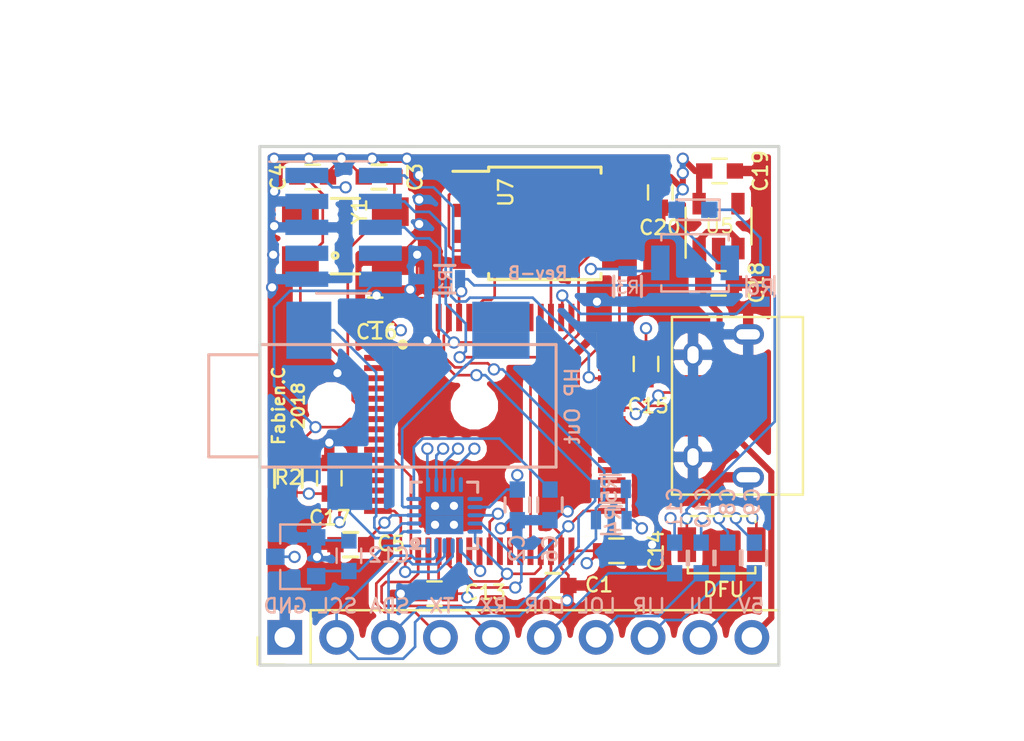
<source format=kicad_pcb>
(kicad_pcb (version 4) (host pcbnew 4.0.7-e0-6372~58~ubuntu16.10.1)
  (title_block (title "Noise Nugget") (rev Rev-B) (company "Fabien Chouteau"))
  (layers (0 F.Cu signal) (1 Ground.Cu power) (2 Power.Cu mixed) (31 B.Cu signal) (34 B.Paste user) (35 F.Paste user) (36 B.SilkS user) (37 F.SilkS user) (38 B.Mask user) (39 F.Mask user) (44 Edge.Cuts user))
  (net 0 "")
  (net 1 GND)
  (net 2 NRESET)
  (net 3 3V3)
  (net 4 VCAP1)
  (net 5 "Net-(C9-Pad1)")
  (net 6 "Net-(C10-Pad1)")
  (net 7 AUDIO_SCL)
  (net 8 AUDIO_SDA)
  (net 9 I2S_MCLK)
  (net 10 I2S_LRCLK)
  (net 11 I2S_SCLK)
  (net 12 I2S_DOUT)
  (net 13 I2S_DIN)
  (net 14 SWDCLK)
  (net 15 SWDIO)
  (net 16 1V8)
  (net 17 SW1)
  (net 18 TDO)
  (net 19 "Net-(D1-Pad1)")
  (net 20 LED1)
  (net 21 VBUS)
  (net 22 USB_D-)
  (net 23 USB_D+)
  (net 24 USB_ID)
  (net 25 "Net-(U1-Pad2)")
  (net 26 "Net-(U1-Pad4)")
  (net 27 QSPI_BK1_NCS)
  (net 28 QSPI_BK1_IO1)
  (net 29 QSPI_BK1_IO0)
  (net 30 QSPI_CLK)
  (net 31 LINE_IN_L)
  (net 32 "Net-(C11-Pad1)")
  (net 33 LINE_IN_R)
  (net 34 LINE_OUT_L)
  (net 35 LINE_OUT_R)
  (net 36 "Net-(C3-Pad1)")
  (net 37 "Net-(C4-Pad1)")
  (net 38 "Net-(C6-Pad1)")
  (net 39 "Net-(C8-Pad1)")
  (net 40 "Net-(U1-Pad1)")
  (net 41 "Net-(DFU1-Pad1)")
  (net 42 UART_TX)
  (net 43 UART_RX)
  (module Buttons_Switches_SMD:SW_SPST_B3U-1000P (layer F.Cu) (at 153.3 102.2)
    (fp_text reference DFU1 hide)
    (fp_text value EVQ-P2K02Q)
    (pad 1 smd rect (at -1.7 0) (size 0.9 1.7) (layers F.Cu F.Paste F.Mask) (net 41 "Net-(DFU1-Pad1)"))
    (pad 2 smd rect (at 1.7 0) (size 0.9 1.7) (layers F.Cu F.Paste F.Mask) (net 3 3V3))
  )
  (module Resistors_SMD:R_0603 (layer B.Cu) (at 139.75 89.2 180)
    (fp_text reference R1 (at -0.05 -0.1 270) (layer B.SilkS) (effects (font (size 0.6 0.6) (thickness 0.1)) (justify mirror)))
    (fp_text value 10K)
    (pad 1 smd rect (at -0.75 0 180) (size 0.5 0.9) (layers B.Cu B.Paste B.Mask) (net 41 "Net-(DFU1-Pad1)"))
    (pad 2 smd rect (at 0.75 0 180) (size 0.5 0.9) (layers B.Cu B.Paste B.Mask) (net 1 GND))
  )
  (module Capacitors_SMD:C_0603 (layer F.Cu) (at 145.05 104.2)
    (fp_text reference C1 (at 2.25 -0.03 180) (layer F.SilkS) (effects (font (size 0.7 0.7) (thickness 0.12))))
    (fp_text value 2.2uF)
    (pad 1 smd rect (at -0.75 0) (size 0.8 0.75) (layers F.Cu F.Paste F.Mask) (net 4 VCAP1))
    (pad 2 smd rect (at 0.75 0) (size 0.8 0.75) (layers F.Cu F.Paste F.Mask) (net 1 GND))
  )
  (module Capacitors_SMD:C_0603 (layer B.Cu) (at 143.3 100.25 270)
    (fp_text reference C2 (at 2.125 0 270) (layer B.SilkS) (effects (font (size 0.7 0.7) (thickness 0.12)) (justify mirror)))
    (fp_text value 100nF)
    (pad 1 smd rect (at -0.75 0 270) (size 0.8 0.75) (layers B.Cu B.Paste B.Mask) (net 3 3V3))
    (pad 2 smd rect (at 0.75 0 270) (size 0.8 0.75) (layers B.Cu B.Paste B.Mask) (net 1 GND))
  )
  (module Capacitors_SMD:C_0603 (layer F.Cu) (at 136.53512 84.192876 180)
    (fp_text reference C3 (at -1.76488 -0.007124 270) (layer F.SilkS) (effects (font (size 0.7 0.7) (thickness 0.12))))
    (fp_text value 20pF)
    (pad 1 smd rect (at -0.75 0 180) (size 0.8 0.75) (layers F.Cu F.Paste F.Mask) (net 36 "Net-(C3-Pad1)"))
    (pad 2 smd rect (at 0.75 0 180) (size 0.8 0.75) (layers F.Cu F.Paste F.Mask) (net 1 GND))
  )
  (module Capacitors_SMD:C_0603 (layer F.Cu) (at 135.15 102.2 180)
    (fp_text reference C5 (at -1.975 0.05 180) (layer F.SilkS) (effects (font (size 0.7 0.7) (thickness 0.12))))
    (fp_text value 100nF)
    (pad 1 smd rect (at -0.75 0 180) (size 0.8 0.75) (layers F.Cu F.Paste F.Mask) (net 3 3V3))
    (pad 2 smd rect (at 0.75 0 180) (size 0.8 0.75) (layers F.Cu F.Paste F.Mask) (net 1 GND))
  )
  (module Capacitors_SMD:C_0603 (layer B.Cu) (at 144.9 100.25 270)
    (fp_text reference C6 (at 2.15 0 270) (layer B.SilkS) (effects (font (size 0.7 0.7) (thickness 0.12)) (justify mirror)))
    (fp_text value 100nF)
    (pad 1 smd rect (at -0.75 0 270) (size 0.8 0.75) (layers B.Cu B.Paste B.Mask) (net 38 "Net-(C6-Pad1)"))
    (pad 2 smd rect (at 0.75 0 270) (size 0.8 0.75) (layers B.Cu B.Paste B.Mask) (net 1 GND))
  )
  (module Capacitors_SMD:C_0603 (layer B.Cu) (at 154.9 102.85 270)
    (fp_text reference C8 (at -2.75 1.3 270) (layer B.SilkS) (effects (font (size 0.7 0.7) (thickness 0.12)) (justify mirror)))
    (fp_text value 2.2uF)
    (pad 1 smd rect (at -0.75 0 270) (size 0.8 0.75) (layers B.Cu B.Paste B.Mask) (net 39 "Net-(C8-Pad1)"))
    (pad 2 smd rect (at 0.75 0 270) (size 0.8 0.75) (layers B.Cu B.Paste B.Mask) (net 31 LINE_IN_L))
  )
  (module Resistors_SMD:R_0603 (layer F.Cu) (at 132.1 98.9 90)
    (fp_text reference R2 (at 0 0 180) (layer F.SilkS) (effects (font (size 0.7 0.7) (thickness 0.12))))
    (fp_text value 10K)
    (pad 1 smd rect (at -0.75 0 90) (size 0.5 0.9) (layers F.Cu F.Paste F.Mask) (net 3 3V3))
    (pad 2 smd rect (at 0.75 0 90) (size 0.5 0.9) (layers F.Cu F.Paste F.Mask) (net 2 NRESET))
  )
  (module Resistors_SMD:R_0603 (layer B.Cu) (at 148.7 89.55 270)
    (fp_text reference R3 (at 0.05 0 360) (layer B.SilkS) (effects (font (size 0.6 0.6) (thickness 0.1)) (justify mirror)))
    (fp_text value 10K)
    (pad 1 smd rect (at -0.75 0 270) (size 0.5 0.9) (layers B.Cu B.Paste B.Mask) (net 17 SW1))
    (pad 2 smd rect (at 0.75 0 270) (size 0.5 0.9) (layers B.Cu B.Paste B.Mask) (net 1 GND))
  )
  (module Capacitors_SMD:C_0603 (layer B.Cu) (at 153.6 102.85 270)
    (fp_text reference C9 (at -2.75 -1.2 450) (layer B.SilkS) (effects (font (size 0.7 0.7) (thickness 0.12)) (justify mirror)))
    (fp_text value 2.2uF)
    (pad 2 smd rect (at 0.75 0 270) (size 0.8 0.75) (layers B.Cu B.Paste B.Mask) (net 33 LINE_IN_R))
    (pad 1 smd rect (at -0.75 0 270) (size 0.8 0.75) (layers B.Cu B.Paste B.Mask) (net 5 "Net-(C9-Pad1)"))
  )
  (module Capacitors_SMD:C_0603 (layer B.Cu) (at 152.3 102.85 270)
    (fp_text reference C10 (at -2.45 -0.1 270) (layer B.SilkS) (effects (font (size 0.7 0.7) (thickness 0.12)) (justify mirror)))
    (fp_text value 2.2uF)
    (pad 2 smd rect (at 0.75 0 270) (size 0.8 0.75) (layers B.Cu B.Paste B.Mask) (net 34 LINE_OUT_L))
    (pad 1 smd rect (at -0.75 0 270) (size 0.8 0.75) (layers B.Cu B.Paste B.Mask) (net 6 "Net-(C10-Pad1)"))
  )
  (module Capacitors_SMD:C_0603 (layer B.Cu) (at 135.059793 102.742047 90)
    (fp_text reference C12 (at 0.03 1.95 180) (layer B.SilkS) (effects (font (size 0.7 0.7) (thickness 0.12)) (justify mirror)))
    (fp_text value 100nF)
    (pad 2 smd rect (at 0.75 0 90) (size 0.8 0.75) (layers B.Cu B.Paste B.Mask) (net 1 GND))
    (pad 1 smd rect (at -0.75 0 90) (size 0.8 0.75) (layers B.Cu B.Paste B.Mask) (net 16 1V8))
  )
  (module Capacitors_SMD:C_0603 (layer F.Cu) (at 139.25 104.6)
    (fp_text reference C13 (at 2.48 -0.06) (layer F.SilkS) (effects (font (size 0.7 0.7) (thickness 0.12))))
    (fp_text value 100nF)
    (pad 2 smd rect (at 0.75 0) (size 0.8 0.75) (layers F.Cu F.Paste F.Mask) (net 3 3V3))
    (pad 1 smd rect (at -0.75 0) (size 0.8 0.75) (layers F.Cu F.Paste F.Mask) (net 1 GND))
  )
  (module Capacitors_SMD:C_0603 (layer F.Cu) (at 148.15 102.5 180)
    (fp_text reference C14 (at -1.95 0 270) (layer F.SilkS) (effects (font (size 0.7 0.7) (thickness 0.12))))
    (fp_text value 100nF)
    (pad 2 smd rect (at 0.75 0 180) (size 0.8 0.75) (layers F.Cu F.Paste F.Mask) (net 3 3V3))
    (pad 1 smd rect (at -0.75 0 180) (size 0.8 0.75) (layers F.Cu F.Paste F.Mask) (net 1 GND))
  )
  (module Resistors_SMD:R_0603 (layer B.Cu) (at 147.9 101 180)
    (fp_text reference R4 (at -0.1 0 450) (layer B.SilkS) (effects (font (size 0.7 0.7) (thickness 0.12)) (justify mirror)))
    (fp_text value 10K)
    (pad 1 smd rect (at -0.75 0 180) (size 0.5 0.9) (layers B.Cu B.Paste B.Mask) (net 3 3V3))
    (pad 2 smd rect (at 0.75 0 180) (size 0.5 0.9) (layers B.Cu B.Paste B.Mask) (net 7 AUDIO_SCL))
  )
  (module Resistors_SMD:R_0603 (layer B.Cu) (at 147.86 99.47 180)
    (fp_text reference R5 (at 0.05 -0.02 450) (layer B.SilkS) (effects (font (size 0.7 0.7) (thickness 0.12)) (justify mirror)))
    (fp_text value 10K)
    (pad 1 smd rect (at -0.75 0 180) (size 0.5 0.9) (layers B.Cu B.Paste B.Mask) (net 3 3V3))
    (pad 2 smd rect (at 0.75 0 180) (size 0.5 0.9) (layers B.Cu B.Paste B.Mask) (net 8 AUDIO_SDA))
  )
  (module Resistors_SMD:R_0603 (layer B.Cu) (at 155.2 89.55 270)
    (fp_text reference R6 (at 0.05 -0.01 540) (layer B.SilkS) (effects (font (size 0.7 0.7) (thickness 0.12)) (justify mirror)))
    (fp_text value 510R)
    (pad 1 smd rect (at -0.75 0 270) (size 0.5 0.9) (layers B.Cu B.Paste B.Mask) (net 19 "Net-(D1-Pad1)"))
    (pad 2 smd rect (at 0.75 0 270) (size 0.5 0.9) (layers B.Cu B.Paste B.Mask) (net 20 LED1))
  )
  (module Crystals:Crystal_SMD_0603_4Pads (layer F.Cu) (at 134.88476 87.091756)
    (fp_text reference Y1 (at 0.69964 -1.20112 90) (layer F.SilkS) (effects (font (size 0.7 0.7) (thickness 0.12))))
    (fp_text value ABM3B-8.000MHZ-B2-T)
    (pad 1 smd rect (at -2.19964 1.19888) (size 1.80086 1.39954) (layers F.Cu F.Paste F.Mask) (net 37 "Net-(C4-Pad1)"))
    (pad 2 smd rect (at 2.19964 1.19888) (size 1.80086 1.39954) (layers F.Cu F.Paste F.Mask) (net 1 GND))
    (pad 3 smd rect (at 2.19964 -1.19888) (size 1.80086 1.39954) (layers F.Cu F.Paste F.Mask) (net 36 "Net-(C3-Pad1)"))
    (pad 4 smd rect (at -2.19964 -1.19888) (size 1.80086 1.39954) (layers F.Cu F.Paste F.Mask) (net 1 GND))
  )
  (module Capacitors_SMD:C_0603 (layer F.Cu) (at 149.6 93.35 90)
    (fp_text reference C15 (at -2.05 0.1 180) (layer F.SilkS) (effects (font (size 0.7 0.7) (thickness 0.12))))
    (fp_text value 100nF)
    (pad 2 smd rect (at 0.75 0 90) (size 0.8 0.75) (layers F.Cu F.Paste F.Mask) (net 3 3V3))
    (pad 1 smd rect (at -0.75 0 90) (size 0.8 0.75) (layers F.Cu F.Paste F.Mask) (net 1 GND))
  )
  (module Capacitors_SMD:C_0603 (layer F.Cu) (at 136.35 90.7)
    (fp_text reference C16 (at 0.07 1.08) (layer F.SilkS) (effects (font (size 0.7 0.7) (thickness 0.12))))
    (fp_text value 100nF)
    (pad 2 smd rect (at 0.75 0) (size 0.8 0.75) (layers F.Cu F.Paste F.Mask) (net 3 3V3))
    (pad 1 smd rect (at -0.75 0) (size 0.8 0.75) (layers F.Cu F.Paste F.Mask) (net 1 GND))
  )
  (module LEDs:LED_0603 (layer B.Cu) (at 151.9 85.8 180)
    (fp_text reference D1 hide)
    (fp_text value LED_Small)
    (pad 2 smd rect (at 0.8 0) (size 0.8 0.8) (layers B.Cu B.Paste B.Mask) (net 3 3V3))
    (pad 1 smd rect (at -0.8 0) (size 0.8 0.8) (layers B.Cu B.Paste B.Mask) (net 19 "Net-(D1-Pad1)"))
  )
  (module Capacitors_SMD:C_0603 (layer F.Cu) (at 134.1 98.95 270)
    (fp_text reference C17 (at 1.939 -0.019 360) (layer F.SilkS) (effects (font (size 0.7 0.7) (thickness 0.12))))
    (fp_text value 100nF)
    (pad 2 smd rect (at 0.75 0 270) (size 0.8 0.75) (layers F.Cu F.Paste F.Mask) (net 3 3V3))
    (pad 1 smd rect (at -0.75 0 270) (size 0.8 0.75) (layers F.Cu F.Paste F.Mask) (net 1 GND))
  )
  (module Capacitors_SMD:C_0603 (layer F.Cu) (at 153.2 83.9)
    (fp_text reference C19 (at 2 0 90) (layer F.SilkS) (effects (font (size 0.7 0.7) (thickness 0.12))))
    (fp_text value 2.2uF)
    (pad 2 smd rect (at 0.75 0) (size 0.8 0.75) (layers F.Cu F.Paste F.Mask) (net 1 GND))
    (pad 1 smd rect (at -0.75 0) (size 0.8 0.75) (layers F.Cu F.Paste F.Mask) (net 3 3V3))
  )
  (module Connectors:USB_Micro-B (layer F.Cu) (at 153.25 95.4 90)
    (fp_text reference J2 hide)
    (fp_text value 10118194)
    (pad 1 smd rect (at -1.3 -1.35 180) (size 1.35 0.4) (layers F.Cu F.Paste F.Mask) (net 21 VBUS))
    (pad 2 smd rect (at -0.65 -1.35 180) (size 1.35 0.4) (layers F.Cu F.Paste F.Mask) (net 22 USB_D-))
    (pad 3 smd rect (at 0 -1.35 180) (size 1.35 0.4) (layers F.Cu F.Paste F.Mask) (net 23 USB_D+))
    (pad 4 smd rect (at 0.65 -1.35 180) (size 1.35 0.4) (layers F.Cu F.Paste F.Mask) (net 24 USB_ID))
    (pad 5 smd rect (at 1.3 -1.35 180) (size 1.35 0.4) (layers F.Cu F.Paste F.Mask) (net 1 GND))
    (pad 6 thru_hole oval (at -2.5 -1.35 180) (size 0.95 1.25) (drill oval 0.55 0.85) (layers *.Cu *.Mask) (net 1 GND))
    (pad 6 thru_hole oval (at 2.5 -1.35 180) (size 0.95 1.25) (drill oval 0.55 0.85) (layers *.Cu *.Mask) (net 1 GND))
    (pad 6 thru_hole oval (at -3.5 1.35 180) (size 1.55 1) (drill oval 1.15 0.5) (layers *.Cu *.Mask) (net 1 GND))
    (pad 6 thru_hole oval (at 3.5 1.35 180) (size 1.55 1) (drill oval 1.15 0.5) (layers *.Cu *.Mask) (net 1 GND))
  )
  (module Housings_SOIC:SOIJ-8_5.3x5.3mm_Pitch1.27mm (layer F.Cu) (at 144.65 86.465)
    (fp_text reference U7 (at -1.91 -1.51 90) (layer F.SilkS) (effects (font (size 0.7 0.7) (thickness 0.12))))
    (fp_text value SST26VF064B-104V/SM)
    (pad 1 smd rect (at -3.65 -1.905) (size 1.7 0.65) (layers F.Cu F.Paste F.Mask) (net 27 QSPI_BK1_NCS))
    (pad 2 smd rect (at -3.65 -0.635) (size 1.7 0.65) (layers F.Cu F.Paste F.Mask) (net 28 QSPI_BK1_IO1))
    (pad 3 smd rect (at -3.65 0.635) (size 1.7 0.65) (layers F.Cu F.Paste F.Mask))
    (pad 4 smd rect (at -3.65 1.905) (size 1.7 0.65) (layers F.Cu F.Paste F.Mask) (net 1 GND))
    (pad 5 smd rect (at 3.65 1.905) (size 1.7 0.65) (layers F.Cu F.Paste F.Mask) (net 29 QSPI_BK1_IO0))
    (pad 6 smd rect (at 3.65 0.635) (size 1.7 0.65) (layers F.Cu F.Paste F.Mask) (net 30 QSPI_CLK))
    (pad 7 smd rect (at 3.65 -0.635) (size 1.7 0.65) (layers F.Cu F.Paste F.Mask))
    (pad 8 smd rect (at 3.65 -1.905) (size 1.7 0.65) (layers F.Cu F.Paste F.Mask) (net 3 3V3))
  )
  (module Capacitors_SMD:C_0603 (layer B.Cu) (at 151 102.85 270)
    (fp_text reference C11 (at -2.45 0 270) (layer B.SilkS) (effects (font (size 0.7 0.7) (thickness 0.12)) (justify mirror)))
    (fp_text value 2.2uF)
    (pad 2 smd rect (at 0.75 0 270) (size 0.8 0.75) (layers B.Cu B.Paste B.Mask) (net 35 LINE_OUT_R))
    (pad 1 smd rect (at -0.75 0 270) (size 0.8 0.75) (layers B.Cu B.Paste B.Mask) (net 32 "Net-(C11-Pad1)"))
  )
  (module Capacitors_SMD:C_0603 (layer F.Cu) (at 150.3 84.95 270)
    (fp_text reference C20 (at 1.72 0.02 360) (layer F.SilkS) (effects (font (size 0.7 0.7) (thickness 0.12))))
    (fp_text value 100nF)
    (pad 2 smd rect (at 0.75 0 270) (size 0.8 0.75) (layers F.Cu F.Paste F.Mask) (net 1 GND))
    (pad 1 smd rect (at -0.75 0 270) (size 0.8 0.75) (layers F.Cu F.Paste F.Mask) (net 3 3V3))
  )
  (module Capacitors_SMD:C_0603 (layer F.Cu) (at 133.28512 84.192876)
    (fp_text reference C4 (at -1.68512 0.007124 90) (layer F.SilkS) (effects (font (size 0.7 0.7) (thickness 0.12))))
    (fp_text value 20pF)
    (pad 2 smd rect (at 0.75 0) (size 0.8 0.75) (layers F.Cu F.Paste F.Mask) (net 1 GND))
    (pad 1 smd rect (at -0.75 0) (size 0.8 0.75) (layers F.Cu F.Paste F.Mask) (net 37 "Net-(C4-Pad1)"))
  )
  (module Capacitors_SMD:C_0603 (layer F.Cu) (at 153.15 89.4)
    (fp_text reference C18 (at 1.86 -0.03 90) (layer F.SilkS) (effects (font (size 0.7 0.7) (thickness 0.12))))
    (fp_text value 2.2uF)
    (pad 2 smd rect (at 0.75 0) (size 0.8 0.75) (layers F.Cu F.Paste F.Mask) (net 1 GND))
    (pad 1 smd rect (at -0.75 0) (size 0.8 0.75) (layers F.Cu F.Paste F.Mask) (net 21 VBUS))
  )
  (module Pin_Headers:Pin_Header_Straight_1x10_Pitch2.54mm (layer F.Cu) (at 131.92 106.74 90)
    (fp_text reference J1 hide)
    (fp_text value CONN_01X10)
    (pad 1 thru_hole rect (at 0 0 90) (size 1.7 1.7) (drill 1) (layers *.Cu *.Mask) (net 1 GND))
    (pad 2 thru_hole oval (at 0 2.54 90) (size 1.7 1.7) (drill 1) (layers *.Cu *.Mask) (net 7 AUDIO_SCL))
    (pad 3 thru_hole oval (at 0 5.08 90) (size 1.7 1.7) (drill 1) (layers *.Cu *.Mask) (net 8 AUDIO_SDA))
    (pad 4 thru_hole oval (at 0 7.62 90) (size 1.7 1.7) (drill 1) (layers *.Cu *.Mask) (net 42 UART_TX))
    (pad 5 thru_hole oval (at 0 10.16 90) (size 1.7 1.7) (drill 1) (layers *.Cu *.Mask) (net 43 UART_RX))
    (pad 6 thru_hole oval (at 0 12.7 90) (size 1.7 1.7) (drill 1) (layers *.Cu *.Mask) (net 35 LINE_OUT_R))
    (pad 7 thru_hole oval (at 0 15.24 90) (size 1.7 1.7) (drill 1) (layers *.Cu *.Mask) (net 34 LINE_OUT_L))
    (pad 8 thru_hole oval (at 0 17.78 90) (size 1.7 1.7) (drill 1) (layers *.Cu *.Mask) (net 33 LINE_IN_R))
    (pad 9 thru_hole oval (at 0 20.32 90) (size 1.7 1.7) (drill 1) (layers *.Cu *.Mask) (net 31 LINE_IN_L))
    (pad 10 thru_hole oval (at 0 22.86 90) (size 1.7 1.7) (drill 1) (layers *.Cu *.Mask) (net 21 VBUS))
  )
  (module Housings_DFN_QFN:UQFN-20-1EP_3x3mm_Pitch0.4mm (layer B.Cu) (at 139.7375 100.7625)
    (fp_text reference U1 hide)
    (fp_text value SGTL5000)
    (pad 1 smd oval (at -1.5 0.8) (size 0.75 0.2) (layers B.Cu B.Paste B.Mask) (net 40 "Net-(U1-Pad1)"))
    (pad 2 smd oval (at -1.5 0.4) (size 0.75 0.2) (layers B.Cu B.Paste B.Mask) (net 25 "Net-(U1-Pad2)"))
    (pad 3 smd oval (at -1.5 0) (size 0.75 0.2) (layers B.Cu B.Paste B.Mask) (net 3 3V3))
    (pad 4 smd oval (at -1.5 -0.4) (size 0.75 0.2) (layers B.Cu B.Paste B.Mask) (net 26 "Net-(U1-Pad4)"))
    (pad 5 smd oval (at -1.5 -0.8) (size 0.75 0.2) (layers B.Cu B.Paste B.Mask) (net 38 "Net-(C6-Pad1)"))
    (pad 6 smd oval (at -0.8 -1.5 270) (size 0.75 0.2) (layers B.Cu B.Paste B.Mask) (net 32 "Net-(C11-Pad1)"))
    (pad 7 smd oval (at -0.4 -1.5 270) (size 0.75 0.2) (layers B.Cu B.Paste B.Mask) (net 6 "Net-(C10-Pad1)"))
    (pad 8 smd oval (at 0 -1.5 270) (size 0.75 0.2) (layers B.Cu B.Paste B.Mask) (net 5 "Net-(C9-Pad1)"))
    (pad 9 smd oval (at 0.4 -1.5 270) (size 0.75 0.2) (layers B.Cu B.Paste B.Mask) (net 39 "Net-(C8-Pad1)"))
    (pad 10 smd oval (at 0.8 -1.5 270) (size 0.75 0.2) (layers B.Cu B.Paste B.Mask))
    (pad 11 smd oval (at 1.5 -0.8) (size 0.75 0.2) (layers B.Cu B.Paste B.Mask))
    (pad 12 smd oval (at 1.5 -0.4) (size 0.75 0.2) (layers B.Cu B.Paste B.Mask) (net 3 3V3))
    (pad 13 smd oval (at 1.5 0) (size 0.75 0.2) (layers B.Cu B.Paste B.Mask) (net 9 I2S_MCLK))
    (pad 14 smd oval (at 1.5 0.4) (size 0.75 0.2) (layers B.Cu B.Paste B.Mask) (net 10 I2S_LRCLK))
    (pad 15 smd oval (at 1.5 0.8) (size 0.75 0.2) (layers B.Cu B.Paste B.Mask) (net 11 I2S_SCLK))
    (pad 16 smd oval (at 0.8 1.5 270) (size 0.75 0.2) (layers B.Cu B.Paste B.Mask) (net 12 I2S_DOUT))
    (pad 17 smd oval (at 0.4 1.5 270) (size 0.75 0.2) (layers B.Cu B.Paste B.Mask) (net 13 I2S_DIN))
    (pad 18 smd oval (at 0 1.5 270) (size 0.75 0.2) (layers B.Cu B.Paste B.Mask) (net 8 AUDIO_SDA))
    (pad 19 smd oval (at -0.4 1.5 270) (size 0.75 0.2) (layers B.Cu B.Paste B.Mask) (net 7 AUDIO_SCL))
    (pad 20 smd oval (at -0.8 1.5 270) (size 0.75 0.2) (layers B.Cu B.Paste B.Mask) (net 16 1V8))
    (pad 21 smd rect (at 0.4625 -0.4625) (size 0.925 0.925) (layers B.Cu B.Paste B.Mask) (net 1 GND))
    (pad 21 smd rect (at 0.4625 0.4625) (size 0.925 0.925) (layers B.Cu B.Paste B.Mask) (net 1 GND))
    (pad 21 smd rect (at -0.4625 -0.4625) (size 0.925 0.925) (layers B.Cu B.Paste B.Mask) (net 1 GND))
    (pad 21 smd rect (at -0.4625 0.4625) (size 0.925 0.925) (layers B.Cu B.Paste B.Mask) (net 1 GND))
  )
  (module TO_SOT_Packages_SMD:SOT-23 (layer B.Cu) (at 132.459793 102.792047 180)
    (fp_text reference U2 hide)
    (fp_text value AP7313-18SRG-7)
    (pad 1 smd rect (at -1 0.95 180) (size 0.9 0.8) (layers B.Cu B.Paste B.Mask) (net 1 GND))
    (pad 2 smd rect (at -1 -0.95 180) (size 0.9 0.8) (layers B.Cu B.Paste B.Mask) (net 16 1V8))
    (pad 3 smd rect (at 1 0 180) (size 0.9 0.8) (layers B.Cu B.Paste B.Mask) (net 3 3V3))
  )
  (module footprints:SJ-3523-SMT (layer B.Cu) (at 134.2 95.4)
    (fp_text reference U3 hide)
    (fp_text value SJ-3523-SMT)
    (pad "" np_thru_hole circle (at 0 0) (size 1.7 1.7) (drill 1.7) (layers *.Cu *.Mask))
    (pad "" np_thru_hole circle (at 7 0) (size 1.7 1.7) (drill 1.7) (layers *.Cu *.Mask))
    (pad 2 smd rect (at -1.1 -3.7) (size 2.2 2.8) (layers B.Cu B.Paste B.Mask) (net 25 "Net-(U1-Pad2)"))
    (pad 3 smd rect (at 0.9 3.7) (size 2.2 2.8) (layers B.Cu B.Paste B.Mask) (net 40 "Net-(U1-Pad1)"))
    (pad 1 smd rect (at 8.3 -3.7) (size 2.8 2.8) (layers B.Cu B.Paste B.Mask) (net 26 "Net-(U1-Pad4)"))
  )
  (module kicad-libraries:LQFP64 (layer F.Cu) (at 142.2 96.8 270)
    (fp_text reference U4)
    (fp_text value STM32F446RET)
    (pad 1 smd rect (at -3.74904 5.72262 90) (size 0.28956 1.34874) (layers F.Cu F.Paste F.Mask))
    (pad 2 smd rect (at -3.24866 5.72262 90) (size 0.28956 1.34874) (layers F.Cu F.Paste F.Mask))
    (pad 3 smd rect (at -2.74828 5.72262 90) (size 0.28956 1.34874) (layers F.Cu F.Paste F.Mask))
    (pad 4 smd rect (at -2.2479 5.72262 90) (size 0.28956 1.34874) (layers F.Cu F.Paste F.Mask))
    (pad 5 smd rect (at -1.74752 5.72262 90) (size 0.28956 1.34874) (layers F.Cu F.Paste F.Mask) (net 36 "Net-(C3-Pad1)"))
    (pad 6 smd rect (at -1.24968 5.72262 90) (size 0.28956 1.34874) (layers F.Cu F.Paste F.Mask) (net 37 "Net-(C4-Pad1)"))
    (pad 7 smd rect (at -0.7493 5.72262 90) (size 0.28956 1.34874) (layers F.Cu F.Paste F.Mask) (net 2 NRESET))
    (pad 8 smd rect (at -0.24892 5.72262 90) (size 0.28956 1.34874) (layers F.Cu F.Paste F.Mask))
    (pad 9 smd rect (at 0.24892 5.72262 90) (size 0.28956 1.34874) (layers F.Cu F.Paste F.Mask))
    (pad 10 smd rect (at 0.7493 5.72262 90) (size 0.28956 1.34874) (layers F.Cu F.Paste F.Mask))
    (pad 11 smd rect (at 1.24968 5.72262 90) (size 0.28956 1.34874) (layers F.Cu F.Paste F.Mask) (net 13 I2S_DIN))
    (pad 12 smd rect (at 1.74752 5.72262 90) (size 0.28956 1.34874) (layers F.Cu F.Paste F.Mask) (net 1 GND))
    (pad 13 smd rect (at 2.2479 5.72262 90) (size 0.28956 1.34874) (layers F.Cu F.Paste F.Mask) (net 3 3V3))
    (pad 14 smd rect (at 2.74828 5.72262 90) (size 0.28956 1.34874) (layers F.Cu F.Paste F.Mask) (net 17 SW1))
    (pad 15 smd rect (at 3.24866 5.72262 90) (size 0.28956 1.34874) (layers F.Cu F.Paste F.Mask))
    (pad 16 smd rect (at 3.74904 5.72262 90) (size 0.28956 1.34874) (layers F.Cu F.Paste F.Mask) (net 42 UART_TX))
    (pad 17 smd rect (at 5.72262 3.74904 180) (size 0.28956 1.34874) (layers F.Cu F.Paste F.Mask) (net 43 UART_RX))
    (pad 18 smd rect (at 5.72262 3.24866 180) (size 0.28956 1.34874) (layers F.Cu F.Paste F.Mask) (net 1 GND))
    (pad 19 smd rect (at 5.72262 2.74828 180) (size 0.28956 1.34874) (layers F.Cu F.Paste F.Mask) (net 3 3V3))
    (pad 20 smd rect (at 5.72262 2.2479 180) (size 0.28956 1.34874) (layers F.Cu F.Paste F.Mask) (net 10 I2S_LRCLK))
    (pad 21 smd rect (at 5.72262 1.74752 180) (size 0.28956 1.34874) (layers F.Cu F.Paste F.Mask) (net 11 I2S_SCLK))
    (pad 22 smd rect (at 5.72262 1.24968 180) (size 0.28956 1.34874) (layers F.Cu F.Paste F.Mask))
    (pad 23 smd rect (at 5.72262 0.7493 180) (size 0.28956 1.34874) (layers F.Cu F.Paste F.Mask) (net 12 I2S_DOUT))
    (pad 24 smd rect (at 5.72262 0.24892 180) (size 0.28956 1.34874) (layers F.Cu F.Paste F.Mask) (net 9 I2S_MCLK))
    (pad 25 smd rect (at 5.72262 -0.24892 180) (size 0.28956 1.34874) (layers F.Cu F.Paste F.Mask))
    (pad 26 smd rect (at 5.72262 -0.7493 180) (size 0.28956 1.34874) (layers F.Cu F.Paste F.Mask))
    (pad 27 smd rect (at 5.72262 -1.24968 180) (size 0.28956 1.34874) (layers F.Cu F.Paste F.Mask))
    (pad 28 smd rect (at 5.72262 -1.74752 180) (size 0.28956 1.34874) (layers F.Cu F.Paste F.Mask) (net 30 QSPI_CLK))
    (pad 29 smd rect (at 5.72262 -2.2479 180) (size 0.28956 1.34874) (layers F.Cu F.Paste F.Mask) (net 11 I2S_SCLK))
    (pad 30 smd rect (at 5.72262 -2.74828 180) (size 0.28956 1.34874) (layers F.Cu F.Paste F.Mask) (net 4 VCAP1))
    (pad 31 smd rect (at 5.72262 -3.24866 180) (size 0.28956 1.34874) (layers F.Cu F.Paste F.Mask) (net 1 GND))
    (pad 32 smd rect (at 5.72262 -3.74904 180) (size 0.28956 1.34874) (layers F.Cu F.Paste F.Mask) (net 3 3V3))
    (pad 33 smd rect (at 3.74904 -5.72262 270) (size 0.28956 1.34874) (layers F.Cu F.Paste F.Mask) (net 10 I2S_LRCLK))
    (pad 34 smd rect (at 3.24866 -5.72262 270) (size 0.28956 1.34874) (layers F.Cu F.Paste F.Mask))
    (pad 35 smd rect (at 2.74828 -5.72262 270) (size 0.28956 1.34874) (layers F.Cu F.Paste F.Mask))
    (pad 36 smd rect (at 2.2479 -5.72262 270) (size 0.28956 1.34874) (layers F.Cu F.Paste F.Mask))
    (pad 37 smd rect (at 1.74752 -5.72262 270) (size 0.28956 1.34874) (layers F.Cu F.Paste F.Mask))
    (pad 38 smd rect (at 1.24968 -5.72262 270) (size 0.28956 1.34874) (layers F.Cu F.Paste F.Mask))
    (pad 39 smd rect (at 0.7493 -5.72262 270) (size 0.28956 1.34874) (layers F.Cu F.Paste F.Mask))
    (pad 40 smd rect (at 0.24892 -5.72262 270) (size 0.28956 1.34874) (layers F.Cu F.Paste F.Mask) (net 29 QSPI_BK1_IO0))
    (pad 41 smd rect (at -0.24892 -5.72262 270) (size 0.28956 1.34874) (layers F.Cu F.Paste F.Mask))
    (pad 42 smd rect (at -0.7493 -5.72262 270) (size 0.28956 1.34874) (layers F.Cu F.Paste F.Mask) (net 21 VBUS))
    (pad 43 smd rect (at -1.24968 -5.72262 270) (size 0.28956 1.34874) (layers F.Cu F.Paste F.Mask) (net 24 USB_ID))
    (pad 44 smd rect (at -1.74752 -5.72262 270) (size 0.28956 1.34874) (layers F.Cu F.Paste F.Mask) (net 22 USB_D-))
    (pad 45 smd rect (at -2.2479 -5.72262 270) (size 0.28956 1.34874) (layers F.Cu F.Paste F.Mask) (net 23 USB_D+))
    (pad 46 smd rect (at -2.74828 -5.72262 270) (size 0.28956 1.34874) (layers F.Cu F.Paste F.Mask) (net 15 SWDIO))
    (pad 47 smd rect (at -3.24866 -5.72262 270) (size 0.28956 1.34874) (layers F.Cu F.Paste F.Mask) (net 1 GND))
    (pad 48 smd rect (at -3.74904 -5.72262 270) (size 0.28956 1.34874) (layers F.Cu F.Paste F.Mask) (net 3 3V3))
    (pad 49 smd rect (at -5.72262 -3.74904) (size 0.28956 1.34874) (layers F.Cu F.Paste F.Mask) (net 14 SWDCLK))
    (pad 50 smd rect (at -5.72262 -3.24866) (size 0.28956 1.34874) (layers F.Cu F.Paste F.Mask) (net 20 LED1))
    (pad 51 smd rect (at -5.72262 -2.74828) (size 0.28956 1.34874) (layers F.Cu F.Paste F.Mask) (net 28 QSPI_BK1_IO1))
    (pad 52 smd rect (at -5.72262 -2.2479) (size 0.28956 1.34874) (layers F.Cu F.Paste F.Mask))
    (pad 53 smd rect (at -5.72262 -1.74752) (size 0.28956 1.34874) (layers F.Cu F.Paste F.Mask))
    (pad 54 smd rect (at -5.72262 -1.24968) (size 0.28956 1.34874) (layers F.Cu F.Paste F.Mask))
    (pad 55 smd rect (at -5.72262 -0.7493) (size 0.28956 1.34874) (layers F.Cu F.Paste F.Mask) (net 18 TDO))
    (pad 56 smd rect (at -5.72262 -0.24892) (size 0.28956 1.34874) (layers F.Cu F.Paste F.Mask))
    (pad 57 smd rect (at -5.72262 0.24892) (size 0.28956 1.34874) (layers F.Cu F.Paste F.Mask))
    (pad 58 smd rect (at -5.72262 0.7493) (size 0.28956 1.34874) (layers F.Cu F.Paste F.Mask) (net 27 QSPI_BK1_NCS))
    (pad 59 smd rect (at -5.72262 1.24968) (size 0.28956 1.34874) (layers F.Cu F.Paste F.Mask))
    (pad 60 smd rect (at -5.72262 1.74752) (size 0.28956 1.34874) (layers F.Cu F.Paste F.Mask) (net 41 "Net-(DFU1-Pad1)"))
    (pad 61 smd rect (at -5.72262 2.2479) (size 0.28956 1.34874) (layers F.Cu F.Paste F.Mask) (net 7 AUDIO_SCL))
    (pad 62 smd rect (at -5.72262 2.74828) (size 0.28956 1.34874) (layers F.Cu F.Paste F.Mask) (net 8 AUDIO_SDA))
    (pad 63 smd rect (at -5.72262 3.24866) (size 0.28956 1.34874) (layers F.Cu F.Paste F.Mask) (net 1 GND))
    (pad 64 smd rect (at -5.72262 3.74904) (size 0.28956 1.34874) (layers F.Cu F.Paste F.Mask) (net 3 3V3))
  )
  (module TO_SOT_Packages_SMD:SOT-23-5 (layer F.Cu) (at 153.15 86.6 90)
    (fp_text reference U5 (at 0 0.05 180) (layer F.SilkS) (effects (font (size 0.7 0.7) (thickness 0.1))))
    (fp_text value AP2112K-3.3TRG1)
    (pad 1 smd rect (at -1.1 -0.95 90) (size 1.06 0.65) (layers F.Cu F.Paste F.Mask) (net 21 VBUS))
    (pad 2 smd rect (at -1.1 0 90) (size 1.06 0.65) (layers F.Cu F.Paste F.Mask) (net 1 GND))
    (pad 3 smd rect (at -1.1 0.95 90) (size 1.06 0.65) (layers F.Cu F.Paste F.Mask) (net 21 VBUS))
    (pad 4 smd rect (at 1.1 0.95 90) (size 1.06 0.65) (layers F.Cu F.Paste F.Mask))
    (pad 5 smd rect (at 1.1 -0.95 90) (size 1.06 0.65) (layers F.Cu F.Paste F.Mask) (net 3 3V3))
  )
  (module Buttons_Switches_SMD:SW_SPST_B3U-1000P (layer B.Cu) (at 152 88.4)
    (fp_text reference SW1 hide)
    (fp_text value EVQ-P2K02Q)
    (pad 1 smd rect (at -1.7 0) (size 0.9 1.7) (layers B.Cu B.Paste B.Mask) (net 17 SW1))
    (pad 2 smd rect (at 1.7 0) (size 0.9 1.7) (layers B.Cu B.Paste B.Mask) (net 3 3V3))
  )
  (module Socket_Strips:Socket_Strip_Straight_2x05_Pitch1.27mm_SMD (layer B.Cu) (at 134.8 86.66 180)
    (fp_text reference J3 hide)
    (fp_text value CONN_02X05)
    (pad 1 smd rect (at 1.8 2.54 180) (size 2.1 0.75) (layers B.Cu B.Paste B.Mask) (net 3 3V3))
    (pad 2 smd rect (at -1.8 2.54 180) (size 2.1 0.75) (layers B.Cu B.Paste B.Mask) (net 15 SWDIO))
    (pad 3 smd rect (at 1.8 1.27 180) (size 2.1 0.75) (layers B.Cu B.Paste B.Mask) (net 1 GND))
    (pad 4 smd rect (at -1.8 1.27 180) (size 2.1 0.75) (layers B.Cu B.Paste B.Mask) (net 14 SWDCLK))
    (pad 5 smd rect (at 1.8 0 180) (size 2.1 0.75) (layers B.Cu B.Paste B.Mask) (net 1 GND))
    (pad 6 smd rect (at -1.8 0 180) (size 2.1 0.75) (layers B.Cu B.Paste B.Mask) (net 18 TDO))
    (pad 7 smd rect (at 1.8 -1.27 180) (size 2.1 0.75) (layers B.Cu B.Paste B.Mask))
    (pad 8 smd rect (at -1.8 -1.27 180) (size 2.1 0.75) (layers B.Cu B.Paste B.Mask))
    (pad 9 smd rect (at 1.8 -2.54 180) (size 2.1 0.75) (layers B.Cu B.Paste B.Mask) (net 1 GND))
    (pad 10 smd rect (at -1.8 -2.54 180) (size 2.1 0.75) (layers B.Cu B.Paste B.Mask) (net 2 NRESET))
  )
  (gr_text "HP Out" (at 146 95.4 90) (layer B.SilkS) (effects (font (size 0.7 0.7) (thickness 0.12)) (justify mirror)))
  (gr_text "Fabien.C\n2018" (at 132.1 95.4 90) (layer F.SilkS) (effects (font (size 0.6 0.6) (thickness 0.12))))
  (gr_text DFU (at 153.4 104.4) (layer F.SilkS) (effects (font (size 0.7 0.7) (thickness 0.12))))
  (gr_text LIL (at 152.2 105.2) (layer B.SilkS) (effects (font (size 0.7 0.7) (thickness 0.12)) (justify mirror)))
  (gr_text 5V (at 154.75 105.2) (layer B.SilkS) (effects (font (size 0.7 0.7) (thickness 0.12)) (justify mirror)))
  (gr_text RX (at 142.15 105.2) (layer B.SilkS) (effects (font (size 0.7 0.7) (thickness 0.12)) (justify mirror)))
  (gr_text TX (at 139.6 105.2) (layer B.SilkS) (effects (font (size 0.7 0.7) (thickness 0.12)) (justify mirror)))
  (gr_text SDA (at 137.05 105.2) (layer B.SilkS) (effects (font (size 0.7 0.7) (thickness 0.12)) (justify mirror)))
  (gr_text GND (at 131.95 105.2) (layer B.SilkS) (effects (font (size 0.7 0.7) (thickness 0.12)) (justify mirror)))
  (gr_text SCL (at 134.5 105.2) (layer B.SilkS) (effects (font (size 0.7 0.7) (thickness 0.12)) (justify mirror)))
  (gr_text LIR (at 149.75 105.2) (layer B.SilkS) (effects (font (size 0.7 0.7) (thickness 0.12)) (justify mirror)))
  (gr_text LOL (at 147.2 105.2) (layer B.SilkS) (effects (font (size 0.7 0.7) (thickness 0.12)) (justify mirror)))
  (gr_text LOR (at 144.65 105.2) (layer B.SilkS) (effects (font (size 0.7 0.7) (thickness 0.12)) (justify mirror)))
  (gr_circle (center 138.3 102.1) (end 138.146 102.1) (layer B.SilkS) (width 0.2))
  (gr_circle (center 137.7 92.4) (end 137.854 92.4) (layer F.SilkS) (width 0.2))
  (gr_text Rev-B (at 144.3 88.9) (layer B.SilkS) (effects (font (size 0.6 0.6) (thickness 0.12)) (justify mirror)))
  (gr_line (start 130.7 108.1) (end 130.7 82.7) (layer Edge.Cuts) (width 0.15))
  (gr_line (start 156.1 108.1) (end 130.7 108.1) (layer Edge.Cuts) (width 0.15))
  (gr_line (start 156.1 82.7) (end 156.1 108.1) (layer Edge.Cuts) (width 0.15))
  (gr_line (start 130.7 82.7) (end 156.1 82.7) (layer Edge.Cuts) (width 0.15))
  (segment (start 151.9 94.1) (end 151.095 94.1) (width 0.13) (layer F.Cu) (net 1))
  (segment (start 151.095 94.1) (end 149.6 94.1) (width 0.13) (layer F.Cu) (net 1))
  (segment (start 151.9 92.9) (end 151.9 94.1) (width 0.13) (layer F.Cu) (net 1))
  (segment (start 138.525 104.6) (end 138.95134 104.17366) (width 0.13) (layer F.Cu) (net 1))
  (segment (start 138.95134 103.32699) (end 138.95134 102.52262) (width 0.13) (layer F.Cu) (net 1))
  (segment (start 138.5 104.6) (end 138.525 104.6) (width 0.13) (layer F.Cu) (net 1))
  (segment (start 138.95134 104.17366) (end 138.95134 103.32699) (width 0.13) (layer F.Cu) (net 1))
  (segment (start 137.501654 104.501666) (end 137.599988 104.6) (width 0.13) (layer F.Cu) (net 1))
  (segment (start 138.5 104.6) (end 137.599988 104.6) (width 0.13) (layer F.Cu) (net 1))
  (via (at 137.599988 104.6) (size 0.6) (drill 0.4) (layers F.Cu B.Cu) (net 1))
  (via (at 145.729972 104.929978) (size 0.6) (drill 0.4) (layers F.Cu B.Cu) (net 1))
  (segment (start 145.8 105.000006) (end 145.729972 104.929978) (width 0.13) (layer F.Cu) (net 1))
  (segment (start 145.8 104.2) (end 145.8 105.000006) (width 0.13) (layer F.Cu) (net 1))
  (via (at 138.059989 89.704651) (size 0.6) (drill 0.4) (layers F.Cu B.Cu) (net 1))
  (segment (start 137.759636 90.005004) (end 137.75999 90.00465) (width 0.13) (layer F.Cu) (net 1))
  (segment (start 138.359988 89.404652) (end 138.059989 89.704651) (width 0.13) (layer F.Cu) (net 1))
  (segment (start 137.75999 90.00465) (end 138.059989 89.704651) (width 0.13) (layer F.Cu) (net 1))
  (segment (start 138.4 89.36464) (end 138.359988 89.404652) (width 0.13) (layer F.Cu) (net 1))
  (segment (start 136.412749 90.005004) (end 137.759636 90.005004) (width 0.13) (layer F.Cu) (net 1))
  (segment (start 138.4 88) (end 138.4 89.36464) (width 0.13) (layer F.Cu) (net 1))
  (segment (start 131.3 90.60005) (end 131.3 90.024264) (width 0.13) (layer F.Cu) (net 1))
  (segment (start 134.499975 93.800025) (end 131.3 90.60005) (width 0.13) (layer F.Cu) (net 1))
  (segment (start 131.3 90.024264) (end 131.3 89.6) (width 0.13) (layer F.Cu) (net 1))
  (segment (start 131.354688 89.545312) (end 131.3 89.6) (width 0.13) (layer F.Cu) (net 1))
  (segment (start 131.354688 88) (end 131.354688 89.545312) (width 0.13) (layer F.Cu) (net 1))
  (via (at 131.3 89.6) (size 0.6) (drill 0.4) (layers F.Cu B.Cu) (net 1))
  (via (at 136.412749 90.005004) (size 0.6) (drill 0.4) (layers F.Cu B.Cu) (net 1))
  (segment (start 135.78512 84.192876) (end 135.76012 84.192876) (width 0.13) (layer F.Cu) (net 1))
  (segment (start 135.76012 84.192876) (end 134.867244 83.3) (width 0.13) (layer F.Cu) (net 1))
  (segment (start 134.867244 83.3) (end 134.7 83.3) (width 0.13) (layer F.Cu) (net 1))
  (segment (start 134.03512 84.192876) (end 134.03512 83.96488) (width 0.13) (layer F.Cu) (net 1))
  (segment (start 134.03512 83.96488) (end 134.7 83.3) (width 0.13) (layer F.Cu) (net 1))
  (segment (start 145.44866 102.52262) (end 145.44866 101.71825) (width 0.13) (layer F.Cu) (net 1))
  (segment (start 145.44866 101.71825) (end 145 101.26959) (width 0.13) (layer F.Cu) (net 1))
  (segment (start 145 101.26959) (end 145 100.9) (width 0.13) (layer F.Cu) (net 1))
  (segment (start 145 100.9) (end 145.329134 100.570866) (width 0.13) (layer F.Cu) (net 1))
  (segment (start 145.329134 100.570866) (end 145.764213 100.570866) (width 0.13) (layer F.Cu) (net 1))
  (segment (start 148.7 90.3) (end 147.2 90.3) (width 0.13) (layer B.Cu) (net 1))
  (via (at 147.2 90.3) (size 0.6) (drill 0.4) (layers F.Cu B.Cu) (net 1))
  (segment (start 133.1 83.3) (end 131.4 83.3) (width 0.13) (layer F.Cu) (net 1))
  (segment (start 138.5 84.1) (end 138.5 83.9) (width 0.13) (layer F.Cu) (net 1))
  (segment (start 138.5 83.9) (end 137.9 83.3) (width 0.13) (layer F.Cu) (net 1))
  (segment (start 138.5 86.5) (end 138.5 85.3) (width 0.13) (layer F.Cu) (net 1))
  (segment (start 149.600001 102.499998) (end 149.9 102.199999) (width 0.13) (layer F.Cu) (net 1))
  (segment (start 149.599999 102.5) (end 149.600001 102.499998) (width 0.13) (layer F.Cu) (net 1))
  (segment (start 148.9 102.5) (end 149.599999 102.5) (width 0.13) (layer F.Cu) (net 1))
  (via (at 149.9 102.199999) (size 0.6) (drill 0.4) (layers F.Cu B.Cu) (net 1))
  (segment (start 145.339949 100.570866) (end 145.764213 100.570866) (width 0.13) (layer B.Cu) (net 1))
  (segment (start 145.304134 100.570866) (end 145.339949 100.570866) (width 0.13) (layer B.Cu) (net 1))
  (segment (start 144.9 100.975) (end 145.304134 100.570866) (width 0.13) (layer B.Cu) (net 1))
  (segment (start 144.9 101) (end 144.9 100.975) (width 0.13) (layer B.Cu) (net 1))
  (via (at 145.764213 100.570866) (size 0.6) (drill 0.4) (layers F.Cu B.Cu) (net 1))
  (segment (start 143.3 101) (end 142.9 101) (width 0.13) (layer B.Cu) (net 1))
  (via (at 142.5 101.4) (size 0.6) (drill 0.4) (layers F.Cu B.Cu) (net 1))
  (segment (start 142.9 101) (end 142.5 101.4) (width 0.13) (layer B.Cu) (net 1))
  (segment (start 133.459793 101.842047) (end 133.459793 102.759793) (width 0.13) (layer B.Cu) (net 1))
  (segment (start 133.459793 102.759793) (end 133.5 102.8) (width 0.13) (layer B.Cu) (net 1))
  (via (at 133.5 102.8) (size 0.6) (drill 0.4) (layers F.Cu B.Cu) (net 1))
  (segment (start 135.059793 101.992047) (end 133.609793 101.992047) (width 0.13) (layer B.Cu) (net 1))
  (segment (start 133.609793 101.992047) (end 133.459793 101.842047) (width 0.13) (layer B.Cu) (net 1))
  (segment (start 138.95134 92.14866) (end 138.9 92.2) (width 0.13) (layer F.Cu) (net 1))
  (segment (start 138.95134 91.07738) (end 138.95134 92.14866) (width 0.13) (layer F.Cu) (net 1))
  (via (at 138.9 92.2) (size 0.6) (drill 0.4) (layers F.Cu B.Cu) (net 1))
  (via (at 134.499975 93.800025) (size 0.6) (drill 0.4) (layers F.Cu B.Cu) (net 1))
  (via (at 139.275 101.225) (size 0.6) (drill 0.4) (layers F.Cu B.Cu) (net 1))
  (via (at 140.2 101.225) (size 0.6) (drill 0.4) (layers F.Cu B.Cu) (net 1))
  (via (at 140.2 100.3) (size 0.6) (drill 0.4) (layers F.Cu B.Cu) (net 1))
  (via (at 139.275 100.3) (size 0.6) (drill 0.4) (layers F.Cu B.Cu) (net 1))
  (segment (start 138.5 86.5) (end 138.5 87.9) (width 0.13) (layer F.Cu) (net 1))
  (segment (start 138.5 87.9) (end 138.4 88) (width 0.13) (layer F.Cu) (net 1))
  (via (at 138.4 88) (size 0.6) (drill 0.4) (layers F.Cu B.Cu) (net 1))
  (segment (start 131.4 86.6) (end 131.977996 86.6) (width 0.13) (layer F.Cu) (net 1))
  (segment (start 131.977996 86.6) (end 132.68512 85.892876) (width 0.13) (layer F.Cu) (net 1))
  (segment (start 134.7 83.3) (end 135.124264 83.3) (width 0.13) (layer F.Cu) (net 1))
  (segment (start 135.124264 83.3) (end 136.2 83.3) (width 0.13) (layer F.Cu) (net 1))
  (segment (start 131.4 86.6) (end 131.4 86.175736) (width 0.13) (layer F.Cu) (net 1))
  (segment (start 131.4 86.175736) (end 131.4 84.9) (width 0.13) (layer F.Cu) (net 1))
  (segment (start 131.4 86.6) (end 131.4 87.954688) (width 0.13) (layer F.Cu) (net 1))
  (via (at 131.354688 88) (size 0.6) (drill 0.4) (layers F.Cu B.Cu) (net 1))
  (segment (start 131.4 87.954688) (end 131.354688 88) (width 0.13) (layer F.Cu) (net 1))
  (via (at 131.4 86.6) (size 0.6) (drill 0.4) (layers F.Cu B.Cu) (net 1))
  (segment (start 131.4 83.3) (end 131.4 84.9) (width 0.13) (layer F.Cu) (net 1))
  (via (at 131.4 84.9) (size 0.6) (drill 0.4) (layers F.Cu B.Cu) (net 1))
  (via (at 131.4 83.3) (size 0.6) (drill 0.4) (layers F.Cu B.Cu) (net 1))
  (segment (start 134.7 83.3) (end 133.1 83.3) (width 0.13) (layer F.Cu) (net 1))
  (via (at 133.1 83.3) (size 0.6) (drill 0.4) (layers F.Cu B.Cu) (net 1))
  (via (at 134.7 83.3) (size 0.6) (drill 0.4) (layers F.Cu B.Cu) (net 1))
  (segment (start 137.9 83.3) (end 136.2 83.3) (width 0.13) (layer F.Cu) (net 1))
  (via (at 136.2 83.3) (size 0.6) (drill 0.4) (layers F.Cu B.Cu) (net 1))
  (via (at 137.9 83.3) (size 0.6) (drill 0.4) (layers F.Cu B.Cu) (net 1))
  (segment (start 138.5 85.3) (end 138.5 84.1) (width 0.13) (layer F.Cu) (net 1))
  (via (at 138.5 84.1) (size 0.6) (drill 0.4) (layers F.Cu B.Cu) (net 1))
  (via (at 138.5 85.3) (size 0.6) (drill 0.4) (layers F.Cu B.Cu) (net 1))
  (segment (start 137.0844 88.290636) (end 137.28506 88.290636) (width 0.13) (layer F.Cu) (net 1))
  (segment (start 137.28506 88.290636) (end 138.5 87.075696) (width 0.13) (layer F.Cu) (net 1))
  (segment (start 138.5 87.075696) (end 138.5 86.5) (width 0.13) (layer F.Cu) (net 1))
  (via (at 138.5 86.5) (size 0.6) (drill 0.4) (layers F.Cu B.Cu) (net 1))
  (segment (start 153.15 87.7) (end 153.15 88.65) (width 0.3) (layer F.Cu) (net 1))
  (segment (start 153.15 88.65) (end 153.9 89.4) (width 0.3) (layer F.Cu) (net 1))
  (segment (start 151.8 94.2) (end 151.9 94.1) (width 0.13) (layer F.Cu) (net 1))
  (segment (start 134.1 98.2) (end 134.1 97.2) (width 0.13) (layer F.Cu) (net 1))
  (via (at 134.1 97.2) (size 0.6) (drill 0.4) (layers F.Cu B.Cu) (net 1))
  (segment (start 134.1 98.2) (end 134.605 98.2) (width 0.13) (layer F.Cu) (net 1))
  (segment (start 134.605 98.2) (end 134.95252 98.54752) (width 0.13) (layer F.Cu) (net 1))
  (segment (start 134.95252 98.54752) (end 135.67301 98.54752) (width 0.13) (layer F.Cu) (net 1))
  (segment (start 135.67301 98.54752) (end 136.47738 98.54752) (width 0.13) (layer F.Cu) (net 1))
  (segment (start 138.95134 91.07738) (end 138.95134 90.27301) (width 0.13) (layer F.Cu) (net 1))
  (segment (start 136.195001 90.129999) (end 135.625 90.7) (width 0.13) (layer F.Cu) (net 1))
  (segment (start 138.95134 90.27301) (end 138.808329 90.129999) (width 0.13) (layer F.Cu) (net 1))
  (segment (start 138.808329 90.129999) (end 136.195001 90.129999) (width 0.13) (layer F.Cu) (net 1))
  (segment (start 135.625 90.7) (end 135.6 90.7) (width 0.13) (layer F.Cu) (net 1))
  (segment (start 147.92262 93.55134) (end 149.07634 93.55134) (width 0.13) (layer F.Cu) (net 1))
  (segment (start 149.07634 93.55134) (end 149.6 94.075) (width 0.13) (layer F.Cu) (net 1))
  (segment (start 149.6 94.075) (end 149.6 94.1) (width 0.13) (layer F.Cu) (net 1))
  (segment (start 145.8 104.2) (end 145.8 103.695) (width 0.13) (layer F.Cu) (net 1))
  (segment (start 145.8 103.695) (end 145.44866 103.34366) (width 0.13) (layer F.Cu) (net 1))
  (segment (start 145.44866 103.34366) (end 145.44866 103.32699) (width 0.13) (layer F.Cu) (net 1))
  (segment (start 145.44866 103.32699) (end 145.44866 102.52262) (width 0.13) (layer F.Cu) (net 1))
  (segment (start 133.424999 96.445001) (end 131.4 94.420002) (width 0.13) (layer B.Cu) (net 2))
  (segment (start 131.4 94.420002) (end 131.4 90.548998) (width 0.13) (layer B.Cu) (net 2))
  (segment (start 136.289997 89.510003) (end 136.6 89.2) (width 0.13) (layer B.Cu) (net 2))
  (segment (start 131.4 90.548998) (end 132.178997 89.770001) (width 0.13) (layer B.Cu) (net 2))
  (segment (start 132.178997 89.770001) (end 135.91515 89.770001) (width 0.13) (layer B.Cu) (net 2))
  (segment (start 135.91515 89.770001) (end 136.175148 89.510003) (width 0.13) (layer B.Cu) (net 2))
  (segment (start 136.175148 89.510003) (end 136.289997 89.510003) (width 0.13) (layer B.Cu) (net 2))
  (via (at 133.424999 96.445001) (size 0.6) (drill 0.4) (layers F.Cu B.Cu) (net 2))
  (segment (start 132.1 98.15) (end 132.1 97.77) (width 0.13) (layer F.Cu) (net 2))
  (segment (start 133.424999 96.445001) (end 134.701601 96.445001) (width 0.13) (layer F.Cu) (net 2))
  (segment (start 132.1 97.77) (end 133.424999 96.445001) (width 0.13) (layer F.Cu) (net 2))
  (segment (start 134.701601 96.445001) (end 135.095902 96.0507) (width 0.13) (layer F.Cu) (net 2))
  (segment (start 135.095902 96.0507) (end 135.67301 96.0507) (width 0.13) (layer F.Cu) (net 2))
  (segment (start 135.67301 96.0507) (end 136.47738 96.0507) (width 0.13) (layer F.Cu) (net 2))
  (segment (start 155 101.1) (end 154.8 100.9) (width 0.13) (layer F.Cu) (net 3))
  (segment (start 155 102.2) (end 155 101.1) (width 0.13) (layer F.Cu) (net 3))
  (via (at 154.8 100.9) (size 0.6) (drill 0.4) (layers F.Cu B.Cu) (net 3))
  (via (at 146.7 103.10499) (size 0.6) (drill 0.4) (layers F.Cu B.Cu) (net 3))
  (segment (start 146.77001 103.10499) (end 146.7 103.10499) (width 0.13) (layer F.Cu) (net 3))
  (segment (start 147.4 102.5) (end 147.375 102.5) (width 0.13) (layer F.Cu) (net 3))
  (segment (start 147.375 102.5) (end 146.77001 103.10499) (width 0.13) (layer F.Cu) (net 3))
  (segment (start 133 84.12) (end 133.675 84.12) (width 0.13) (layer B.Cu) (net 3))
  (segment (start 133.675 84.12) (end 134.255 84.7) (width 0.13) (layer B.Cu) (net 3))
  (segment (start 134.255 84.7) (end 134.9 84.7) (width 0.13) (layer B.Cu) (net 3))
  (via (at 134.9 84.7) (size 0.6) (drill 0.4) (layers F.Cu B.Cu) (net 3))
  (segment (start 153.7 88.4) (end 153.12 88.4) (width 0.13) (layer B.Cu) (net 3))
  (segment (start 153.12 88.4) (end 151.1 86.38) (width 0.13) (layer B.Cu) (net 3))
  (segment (start 151.1 86.38) (end 151.1 86.33) (width 0.13) (layer B.Cu) (net 3))
  (segment (start 151.1 86.33) (end 151.1 85.8) (width 0.13) (layer B.Cu) (net 3))
  (segment (start 151.1 85.8) (end 151.1 85.1) (width 0.13) (layer B.Cu) (net 3))
  (segment (start 151.1 85.1) (end 151.4 84.8) (width 0.13) (layer B.Cu) (net 3))
  (segment (start 148.65 101) (end 148.65 99.51) (width 0.13) (layer B.Cu) (net 3))
  (segment (start 148.65 99.51) (end 148.61 99.47) (width 0.13) (layer B.Cu) (net 3))
  (segment (start 148.65 101) (end 149 101) (width 0.13) (layer B.Cu) (net 3))
  (segment (start 149 101) (end 149.4 101.4) (width 0.13) (layer B.Cu) (net 3))
  (via (at 149.4 101.4) (size 0.6) (drill 0.4) (layers F.Cu B.Cu) (net 3))
  (segment (start 153.7 88.4) (end 153.7 88) (width 0.13) (layer B.Cu) (net 3))
  (segment (start 136.8 101.123822) (end 135.9 102.023822) (width 0.13) (layer F.Cu) (net 3))
  (segment (start 135.9 102.023822) (end 135.9 102.2) (width 0.13) (layer F.Cu) (net 3))
  (segment (start 138.2375 100.7625) (end 137.161322 100.7625) (width 0.13) (layer B.Cu) (net 3))
  (via (at 136.8 101.123822) (size 0.6) (drill 0.4) (layers F.Cu B.Cu) (net 3))
  (segment (start 137.161322 100.7625) (end 136.8 101.123822) (width 0.13) (layer B.Cu) (net 3))
  (segment (start 143.3 99.5) (end 143.3 98.79501) (width 0.13) (layer B.Cu) (net 3))
  (via (at 143.3 98.79501) (size 0.6) (drill 0.4) (layers F.Cu B.Cu) (net 3))
  (via (at 140.851341 104.777192) (size 0.6) (drill 0.4) (layers F.Cu B.Cu) (net 3))
  (segment (start 140.674149 104.6) (end 140.851341 104.777192) (width 0.13) (layer F.Cu) (net 3))
  (segment (start 140 104.6) (end 140.674149 104.6) (width 0.13) (layer F.Cu) (net 3))
  (segment (start 143.3 99.5) (end 142.795 99.5) (width 0.13) (layer B.Cu) (net 3))
  (segment (start 142.795 99.5) (end 141.9325 100.3625) (width 0.13) (layer B.Cu) (net 3))
  (segment (start 141.9325 100.3625) (end 141.7425 100.3625) (width 0.13) (layer B.Cu) (net 3))
  (segment (start 141.7425 100.3625) (end 141.2375 100.3625) (width 0.13) (layer B.Cu) (net 3))
  (segment (start 131.459793 102.792047) (end 132.392047 102.792047) (width 0.13) (layer B.Cu) (net 3))
  (segment (start 132.392047 102.792047) (end 132.4 102.8) (width 0.13) (layer B.Cu) (net 3))
  (via (at 132.4 102.8) (size 0.6) (drill 0.4) (layers F.Cu B.Cu) (net 3))
  (segment (start 139.45172 102.52262) (end 139.45172 104.07672) (width 0.13) (layer F.Cu) (net 3))
  (segment (start 139.45172 104.07672) (end 139.975 104.6) (width 0.13) (layer F.Cu) (net 3))
  (segment (start 139.975 104.6) (end 140 104.6) (width 0.13) (layer F.Cu) (net 3))
  (segment (start 150.3 84.2) (end 150.8 84.2) (width 0.3) (layer F.Cu) (net 3))
  (segment (start 150.8 84.2) (end 151.4 84.8) (width 0.3) (layer F.Cu) (net 3))
  (segment (start 151.4 84) (end 151.4 84.8) (width 0.3) (layer F.Cu) (net 3))
  (via (at 151.4 84.8) (size 0.6) (drill 0.4) (layers F.Cu B.Cu) (net 3))
  (segment (start 151.4 83.3) (end 151.4 84) (width 0.3) (layer B.Cu) (net 3))
  (via (at 151.4 84) (size 0.6) (drill 0.4) (layers F.Cu B.Cu) (net 3))
  (segment (start 152.45 83.9) (end 152 83.9) (width 0.3) (layer F.Cu) (net 3))
  (segment (start 152 83.9) (end 151.4 83.3) (width 0.3) (layer F.Cu) (net 3))
  (via (at 151.4 83.3) (size 0.6) (drill 0.4) (layers F.Cu B.Cu) (net 3))
  (segment (start 150.3 84.2) (end 148.66 84.2) (width 0.3) (layer F.Cu) (net 3))
  (segment (start 148.66 84.2) (end 148.3 84.56) (width 0.3) (layer F.Cu) (net 3))
  (segment (start 152.2 85.5) (end 152.2 84.15) (width 0.3) (layer F.Cu) (net 3))
  (segment (start 152.2 84.15) (end 152.45 83.9) (width 0.3) (layer F.Cu) (net 3))
  (segment (start 132.1 99.65) (end 133.05 99.65) (width 0.13) (layer F.Cu) (net 3))
  (segment (start 133.05 99.65) (end 133.1 99.7) (width 0.13) (layer F.Cu) (net 3))
  (segment (start 134.1 99.7) (end 133.1 99.7) (width 0.13) (layer F.Cu) (net 3))
  (via (at 133.1 99.7) (size 0.6) (drill 0.4) (layers F.Cu B.Cu) (net 3))
  (segment (start 134.1 99.7) (end 134.605 99.7) (width 0.13) (layer F.Cu) (net 3))
  (segment (start 135.67301 99.0479) (end 136.47738 99.0479) (width 0.13) (layer F.Cu) (net 3))
  (segment (start 134.605 99.7) (end 135.2571 99.0479) (width 0.13) (layer F.Cu) (net 3))
  (segment (start 135.2571 99.0479) (end 135.67301 99.0479) (width 0.13) (layer F.Cu) (net 3))
  (segment (start 137.1 90.7) (end 137.1 91.2) (width 0.13) (layer F.Cu) (net 3))
  (segment (start 137.1 91.2) (end 137.6 91.7) (width 0.13) (layer F.Cu) (net 3))
  (via (at 137.6 91.7) (size 0.6) (drill 0.4) (layers F.Cu B.Cu) (net 3))
  (segment (start 137.1 90.7) (end 138.07358 90.7) (width 0.13) (layer F.Cu) (net 3))
  (segment (start 138.07358 90.7) (end 138.45096 91.07738) (width 0.13) (layer F.Cu) (net 3))
  (segment (start 149.6 92.6) (end 149.6 91.6) (width 0.13) (layer F.Cu) (net 3))
  (via (at 149.6 91.6) (size 0.6) (drill 0.4) (layers F.Cu B.Cu) (net 3))
  (segment (start 147.92262 93.05096) (end 149.14904 93.05096) (width 0.13) (layer F.Cu) (net 3))
  (segment (start 149.14904 93.05096) (end 149.6 92.6) (width 0.13) (layer F.Cu) (net 3))
  (segment (start 147.4 102.5) (end 145.97166 102.5) (width 0.13) (layer F.Cu) (net 3))
  (segment (start 145.97166 102.5) (end 145.94904 102.52262) (width 0.13) (layer F.Cu) (net 3))
  (segment (start 144.3 104.2) (end 144.325 104.2) (width 0.13) (layer F.Cu) (net 4))
  (segment (start 144.325 104.2) (end 144.94828 103.57672) (width 0.13) (layer F.Cu) (net 4))
  (segment (start 144.94828 103.57672) (end 144.94828 103.32699) (width 0.13) (layer F.Cu) (net 4))
  (segment (start 144.94828 103.32699) (end 144.94828 102.52262) (width 0.13) (layer F.Cu) (net 4))
  (via (at 153.169987 100.9) (size 0.6) (drill 0.4) (layers F.Cu B.Cu) (net 5))
  (segment (start 153.199992 100.9) (end 153.169987 100.9) (width 0.13) (layer B.Cu) (net 5))
  (segment (start 153.199992 101.169992) (end 153.199992 100.9) (width 0.13) (layer B.Cu) (net 5))
  (segment (start 153.6 102.1) (end 153.6 101.57) (width 0.13) (layer B.Cu) (net 5))
  (segment (start 153.6 101.57) (end 153.199992 101.169992) (width 0.13) (layer B.Cu) (net 5))
  (segment (start 140.4 97.5) (end 139.7375 98.1625) (width 0.13) (layer B.Cu) (net 5))
  (segment (start 139.7375 98.1625) (end 139.7375 99.2625) (width 0.13) (layer B.Cu) (net 5))
  (via (at 140.4 97.5) (size 0.6) (drill 0.4) (layers F.Cu B.Cu) (net 5))
  (segment (start 152.3 102.1) (end 152.3 100.966724) (width 0.13) (layer B.Cu) (net 6))
  (segment (start 152.3 100.966724) (end 152.369996 100.896728) (width 0.13) (layer B.Cu) (net 6))
  (via (at 152.369996 100.896728) (size 0.6) (drill 0.4) (layers F.Cu B.Cu) (net 6))
  (segment (start 139.3375 99.2625) (end 139.3375 97.832487) (width 0.13) (layer B.Cu) (net 6))
  (segment (start 139.3375 97.832487) (end 139.369988 97.799999) (width 0.13) (layer B.Cu) (net 6))
  (via (at 139.669987 97.5) (size 0.6) (drill 0.4) (layers F.Cu B.Cu) (net 6))
  (segment (start 139.369988 97.799999) (end 139.669987 97.5) (width 0.13) (layer B.Cu) (net 6))
  (segment (start 147.15 101) (end 147.15 101.917398) (width 0.13) (layer B.Cu) (net 7))
  (segment (start 147.15 101.917398) (end 146.104999 102.962399) (width 0.13) (layer B.Cu) (net 7))
  (segment (start 146.104999 102.962399) (end 146.104999 102.995001) (width 0.13) (layer B.Cu) (net 7))
  (segment (start 143.405001 105.694999) (end 138.605001 105.694999) (width 0.13) (layer B.Cu) (net 7))
  (segment (start 146.104999 102.995001) (end 143.405001 105.694999) (width 0.13) (layer B.Cu) (net 7))
  (segment (start 138.3 106) (end 138.3 107.2) (width 0.13) (layer B.Cu) (net 7))
  (segment (start 137.714999 107.785001) (end 135.505001 107.785001) (width 0.13) (layer B.Cu) (net 7))
  (segment (start 135.505001 107.785001) (end 135.309999 107.589999) (width 0.13) (layer B.Cu) (net 7))
  (segment (start 138.605001 105.694999) (end 138.3 106) (width 0.13) (layer B.Cu) (net 7))
  (segment (start 138.3 107.2) (end 137.714999 107.785001) (width 0.13) (layer B.Cu) (net 7))
  (segment (start 135.309999 107.589999) (end 134.46 106.74) (width 0.13) (layer B.Cu) (net 7))
  (segment (start 134.46 105.537919) (end 134.46 106.74) (width 0.13) (layer B.Cu) (net 7))
  (segment (start 137.25793 102.739989) (end 134.46 105.537919) (width 0.13) (layer B.Cu) (net 7))
  (segment (start 138.126928 102.739989) (end 137.25793 102.739989) (width 0.13) (layer B.Cu) (net 7))
  (segment (start 138.286939 102.9) (end 138.126928 102.739989) (width 0.13) (layer B.Cu) (net 7))
  (segment (start 139.3375 102.7675) (end 139.205 102.9) (width 0.13) (layer B.Cu) (net 7))
  (segment (start 139.3375 102.2625) (end 139.3375 102.7675) (width 0.13) (layer B.Cu) (net 7))
  (segment (start 139.205 102.9) (end 138.286939 102.9) (width 0.13) (layer B.Cu) (net 7))
  (segment (start 140.242805 93.515151) (end 140.718009 93.515151) (width 0.13) (layer F.Cu) (net 7))
  (segment (start 140.718009 93.515151) (end 140.916339 93.316821) (width 0.13) (layer F.Cu) (net 7))
  (segment (start 141.856871 93.316821) (end 142.15687 93.61682) (width 0.13) (layer F.Cu) (net 7))
  (segment (start 140.916339 93.316821) (end 141.856871 93.316821) (width 0.13) (layer F.Cu) (net 7))
  (segment (start 139.704998 92.977344) (end 140.242805 93.515151) (width 0.13) (layer F.Cu) (net 7))
  (segment (start 139.704998 91.962398) (end 139.704998 92.977344) (width 0.13) (layer F.Cu) (net 7))
  (segment (start 139.9521 91.715296) (end 139.704998 91.962398) (width 0.13) (layer F.Cu) (net 7))
  (segment (start 139.9521 91.07738) (end 139.9521 91.715296) (width 0.13) (layer F.Cu) (net 7))
  (segment (start 142.581134 93.61682) (end 142.15687 93.61682) (width 0.13) (layer B.Cu) (net 7))
  (segment (start 147.15 100.42) (end 147.555001 100.014999) (width 0.13) (layer B.Cu) (net 7))
  (segment (start 147.555001 98.590687) (end 142.581134 93.61682) (width 0.13) (layer B.Cu) (net 7))
  (segment (start 147.555001 100.014999) (end 147.555001 98.590687) (width 0.13) (layer B.Cu) (net 7))
  (segment (start 147.15 101) (end 147.15 100.42) (width 0.13) (layer B.Cu) (net 7))
  (via (at 142.15687 93.61682) (size 0.6) (drill 0.4) (layers F.Cu B.Cu) (net 7))
  (segment (start 147.11 99.47) (end 147.11 100.05) (width 0.13) (layer B.Cu) (net 8))
  (segment (start 147.11 100.05) (end 146.3 100.86) (width 0.13) (layer B.Cu) (net 8))
  (segment (start 138.467807 105.272193) (end 137 106.74) (width 0.13) (layer B.Cu) (net 8))
  (segment (start 146.3 100.86) (end 146.3 102.3) (width 0.13) (layer B.Cu) (net 8))
  (segment (start 146.3 102.3) (end 143.327807 105.272193) (width 0.13) (layer B.Cu) (net 8))
  (segment (start 143.327807 105.272193) (end 138.467807 105.272193) (width 0.13) (layer B.Cu) (net 8))
  (segment (start 137.646124 103) (end 137 103.646124) (width 0.13) (layer B.Cu) (net 8))
  (segment (start 139.7375 102.7675) (end 139.344989 103.160011) (width 0.13) (layer B.Cu) (net 8))
  (segment (start 137 105.537919) (end 137 106.74) (width 0.13) (layer B.Cu) (net 8))
  (segment (start 139.7375 102.2625) (end 139.7375 102.7675) (width 0.13) (layer B.Cu) (net 8))
  (segment (start 139.344989 103.160011) (end 138.179239 103.160011) (width 0.13) (layer B.Cu) (net 8))
  (segment (start 138.179239 103.160011) (end 138.019228 103) (width 0.13) (layer B.Cu) (net 8))
  (segment (start 138.019228 103) (end 137.646124 103) (width 0.13) (layer B.Cu) (net 8))
  (segment (start 137 103.646124) (end 137 105.537919) (width 0.13) (layer B.Cu) (net 8))
  (segment (start 139.444987 93.085044) (end 139.444987 91.888483) (width 0.13) (layer F.Cu) (net 8))
  (segment (start 139.444987 91.888483) (end 139.45172 91.88175) (width 0.13) (layer F.Cu) (net 8))
  (segment (start 141.3 93.9) (end 140.259943 93.9) (width 0.13) (layer F.Cu) (net 8))
  (segment (start 140.259943 93.9) (end 139.444987 93.085044) (width 0.13) (layer F.Cu) (net 8))
  (segment (start 139.45172 91.88175) (end 139.45172 91.07738) (width 0.13) (layer F.Cu) (net 8))
  (segment (start 147.11 99.47) (end 147.11 99.27) (width 0.13) (layer B.Cu) (net 8))
  (segment (start 147.11 99.27) (end 141.74 93.9) (width 0.13) (layer B.Cu) (net 8))
  (segment (start 141.74 93.9) (end 141.724264 93.9) (width 0.13) (layer B.Cu) (net 8))
  (segment (start 141.724264 93.9) (end 141.3 93.9) (width 0.13) (layer B.Cu) (net 8))
  (via (at 141.3 93.9) (size 0.6) (drill 0.4) (layers F.Cu B.Cu) (net 8))
  (segment (start 141.95108 102.52262) (end 141.95108 101.0879) (width 0.13) (layer F.Cu) (net 9))
  (segment (start 141.95108 101.0879) (end 142.054306 100.984674) (width 0.13) (layer F.Cu) (net 9))
  (segment (start 141.2375 100.7625) (end 142.27648 100.7625) (width 0.13) (layer B.Cu) (net 9))
  (segment (start 142.27648 100.7625) (end 142.354305 100.684675) (width 0.13) (layer B.Cu) (net 9))
  (via (at 142.354305 100.684675) (size 0.6) (drill 0.4) (layers F.Cu B.Cu) (net 9))
  (segment (start 142.054306 100.984674) (end 142.354305 100.684675) (width 0.13) (layer F.Cu) (net 9))
  (segment (start 143.499991 104.000001) (end 143.199992 104.3) (width 0.13) (layer B.Cu) (net 10))
  (segment (start 139.9521 103.194321) (end 141.057779 104.3) (width 0.13) (layer F.Cu) (net 10))
  (segment (start 139.9521 102.52262) (end 139.9521 103.194321) (width 0.13) (layer F.Cu) (net 10))
  (segment (start 142.775728 104.3) (end 143.199992 104.3) (width 0.13) (layer F.Cu) (net 10))
  (via (at 143.199992 104.3) (size 0.6) (drill 0.4) (layers F.Cu B.Cu) (net 10))
  (segment (start 143.195002 102.827606) (end 143.499991 103.132595) (width 0.13) (layer B.Cu) (net 10))
  (segment (start 143.499991 103.132595) (end 143.499991 104.000001) (width 0.13) (layer B.Cu) (net 10))
  (segment (start 141.057779 104.3) (end 142.775728 104.3) (width 0.13) (layer F.Cu) (net 10))
  (segment (start 145.8 101.3) (end 144.272394 102.827606) (width 0.13) (layer B.Cu) (net 10))
  (segment (start 144.272394 102.827606) (end 143.195002 102.827606) (width 0.13) (layer B.Cu) (net 10))
  (segment (start 147.92262 100.54904) (end 146.55096 100.54904) (width 0.13) (layer F.Cu) (net 10))
  (segment (start 146.55096 100.54904) (end 145.8 101.3) (width 0.13) (layer F.Cu) (net 10))
  (via (at 145.8 101.3) (size 0.6) (drill 0.4) (layers F.Cu B.Cu) (net 10))
  (segment (start 141.2375 101.1625) (end 141.529896 101.1625) (width 0.13) (layer B.Cu) (net 10))
  (segment (start 141.529896 101.1625) (end 143.195002 102.827606) (width 0.13) (layer B.Cu) (net 10))
  (segment (start 142.49665 103.926928) (end 142.796649 103.626929) (width 0.13) (layer F.Cu) (net 11))
  (via (at 142.796649 103.626929) (size 0.6) (drill 0.4) (layers F.Cu B.Cu) (net 11))
  (segment (start 144.4479 103.32699) (end 144.147961 103.626929) (width 0.13) (layer F.Cu) (net 11))
  (segment (start 143.220913 103.626929) (end 142.796649 103.626929) (width 0.13) (layer F.Cu) (net 11))
  (segment (start 140.45248 103.32699) (end 141.125417 103.999927) (width 0.13) (layer F.Cu) (net 11))
  (segment (start 140.45248 102.52262) (end 140.45248 103.32699) (width 0.13) (layer F.Cu) (net 11))
  (segment (start 141.2375 102.06778) (end 142.49665 103.32693) (width 0.13) (layer B.Cu) (net 11))
  (segment (start 142.49665 103.32693) (end 142.796649 103.626929) (width 0.13) (layer B.Cu) (net 11))
  (segment (start 141.125417 103.999927) (end 142.423651 103.999927) (width 0.13) (layer F.Cu) (net 11))
  (segment (start 141.2375 101.5625) (end 141.2375 102.06778) (width 0.13) (layer B.Cu) (net 11))
  (segment (start 144.4479 102.52262) (end 144.4479 103.32699) (width 0.13) (layer F.Cu) (net 11))
  (segment (start 142.423651 103.999927) (end 142.49665 103.926928) (width 0.13) (layer F.Cu) (net 11))
  (segment (start 144.147961 103.626929) (end 143.220913 103.626929) (width 0.13) (layer F.Cu) (net 11))
  (segment (start 141.4507 103.452947) (end 141.482549 103.484796) (width 0.13) (layer F.Cu) (net 12))
  (via (at 141.482549 103.484796) (size 0.6) (drill 0.4) (layers F.Cu B.Cu) (net 12))
  (segment (start 140.5375 102.2625) (end 140.5375 102.5375) (width 0.13) (layer B.Cu) (net 12))
  (segment (start 141.4507 102.52262) (end 141.4507 103.452947) (width 0.13) (layer F.Cu) (net 12))
  (segment (start 141.482549 103.482549) (end 141.482549 103.484796) (width 0.13) (layer B.Cu) (net 12))
  (segment (start 140.5375 102.5375) (end 141.482549 103.482549) (width 0.13) (layer B.Cu) (net 12))
  (segment (start 138.093336 98.861266) (end 138.093336 102.828574) (width 0.13) (layer F.Cu) (net 13))
  (segment (start 137.28175 98.04968) (end 138.093336 98.861266) (width 0.13) (layer F.Cu) (net 13))
  (segment (start 136.47738 98.04968) (end 137.28175 98.04968) (width 0.13) (layer F.Cu) (net 13))
  (segment (start 140.1375 102.7675) (end 139.372242 103.532758) (width 0.13) (layer B.Cu) (net 13))
  (segment (start 139.372242 103.532758) (end 138.23768 103.532758) (width 0.13) (layer B.Cu) (net 13))
  (segment (start 140.1375 102.2625) (end 140.1375 102.7675) (width 0.13) (layer B.Cu) (net 13))
  (segment (start 138.093336 102.828574) (end 137.813416 103.108494) (width 0.13) (layer F.Cu) (net 13))
  (segment (start 138.23768 103.532758) (end 137.813416 103.532758) (width 0.13) (layer B.Cu) (net 13))
  (segment (start 137.813416 103.108494) (end 137.813416 103.532758) (width 0.13) (layer F.Cu) (net 13))
  (via (at 137.813416 103.532758) (size 0.6) (drill 0.4) (layers F.Cu B.Cu) (net 13))
  (segment (start 139.8 90.4) (end 139.8 90.139782) (width 0.13) (layer B.Cu) (net 14))
  (segment (start 139.8 86.7) (end 139 85.9) (width 0.13) (layer B.Cu) (net 14))
  (segment (start 139.8 88.481287) (end 139.8 86.7) (width 0.13) (layer B.Cu) (net 14))
  (segment (start 139.794988 88.486299) (end 139.8 88.481287) (width 0.13) (layer B.Cu) (net 14))
  (segment (start 139.794988 89.913701) (end 139.794988 88.486299) (width 0.13) (layer B.Cu) (net 14))
  (segment (start 139.799733 89.918446) (end 139.794988 89.913701) (width 0.13) (layer B.Cu) (net 14))
  (segment (start 139.799733 90.139515) (end 139.799733 89.918446) (width 0.13) (layer B.Cu) (net 14))
  (segment (start 139.8 90.139782) (end 139.799733 90.139515) (width 0.13) (layer B.Cu) (net 14))
  (segment (start 140.780406 91.380406) (end 139.8 90.4) (width 0.13) (layer B.Cu) (net 14))
  (segment (start 140.780406 92.72015) (end 140.780406 91.380406) (width 0.13) (layer B.Cu) (net 14))
  (segment (start 140.480407 93.020149) (end 140.780406 92.72015) (width 0.13) (layer B.Cu) (net 14))
  (segment (start 139 85.9) (end 138.29 85.9) (width 0.13) (layer B.Cu) (net 14))
  (segment (start 138.29 85.9) (end 137.78 85.39) (width 0.13) (layer B.Cu) (net 14))
  (segment (start 137.78 85.39) (end 136.6 85.39) (width 0.13) (layer B.Cu) (net 14))
  (segment (start 140.904671 93.020149) (end 140.480407 93.020149) (width 0.13) (layer F.Cu) (net 14))
  (segment (start 144.676043 93.020149) (end 140.904671 93.020149) (width 0.13) (layer F.Cu) (net 14))
  (segment (start 145.94904 91.747152) (end 144.676043 93.020149) (width 0.13) (layer F.Cu) (net 14))
  (segment (start 145.94904 91.07738) (end 145.94904 91.747152) (width 0.13) (layer F.Cu) (net 14))
  (via (at 140.480407 93.020149) (size 0.6) (drill 0.4) (layers F.Cu B.Cu) (net 14))
  (segment (start 137.78 84.12) (end 136.6 84.12) (width 0.13) (layer B.Cu) (net 15))
  (segment (start 138.36 84.7) (end 137.78 84.12) (width 0.13) (layer B.Cu) (net 15))
  (segment (start 140.160011 88.554999) (end 140.160011 85.660011) (width 0.13) (layer B.Cu) (net 15))
  (segment (start 139.2 84.7) (end 138.36 84.7) (width 0.13) (layer B.Cu) (net 15))
  (segment (start 140.160011 85.660011) (end 139.2 84.7) (width 0.13) (layer B.Cu) (net 15))
  (segment (start 140.054999 88.660011) (end 140.160011 88.554999) (width 0.13) (layer B.Cu) (net 15))
  (segment (start 140.054999 89.806001) (end 140.054999 88.660011) (width 0.13) (layer B.Cu) (net 15))
  (segment (start 140.059744 89.810746) (end 140.054999 89.806001) (width 0.13) (layer B.Cu) (net 15))
  (segment (start 140.059744 90.031815) (end 140.059744 89.810746) (width 0.13) (layer B.Cu) (net 15))
  (segment (start 140.317144 90.289215) (end 140.059744 90.031815) (width 0.13) (layer B.Cu) (net 15))
  (segment (start 140.792346 90.289215) (end 140.317144 90.289215) (width 0.13) (layer B.Cu) (net 15))
  (segment (start 140.976562 90.104999) (end 140.792346 90.289215) (width 0.13) (layer B.Cu) (net 15))
  (segment (start 144.056001 90.104999) (end 140.976562 90.104999) (width 0.13) (layer B.Cu) (net 15))
  (segment (start 146.8 92.848998) (end 144.056001 90.104999) (width 0.13) (layer B.Cu) (net 15))
  (segment (start 146.8 94) (end 146.8 92.848998) (width 0.13) (layer B.Cu) (net 15))
  (segment (start 146.85172 94.05172) (end 146.8 94) (width 0.13) (layer F.Cu) (net 15))
  (segment (start 147.92262 94.05172) (end 146.85172 94.05172) (width 0.13) (layer F.Cu) (net 15))
  (via (at 146.8 94) (size 0.6) (drill 0.4) (layers F.Cu B.Cu) (net 15))
  (segment (start 135.059793 103.492047) (end 133.709793 103.492047) (width 0.13) (layer B.Cu) (net 16))
  (segment (start 133.709793 103.492047) (end 133.459793 103.742047) (width 0.13) (layer B.Cu) (net 16))
  (segment (start 135.059793 103.492047) (end 135.564793 103.492047) (width 0.13) (layer B.Cu) (net 16))
  (segment (start 135.564793 103.492047) (end 136.79434 102.2625) (width 0.13) (layer B.Cu) (net 16))
  (segment (start 136.79434 102.2625) (end 138.7075 102.2625) (width 0.13) (layer B.Cu) (net 16))
  (segment (start 138.7075 102.2625) (end 138.9375 102.2625) (width 0.13) (layer B.Cu) (net 16))
  (segment (start 146.9 88.7) (end 148.6 88.7) (width 0.13) (layer B.Cu) (net 17))
  (segment (start 148.6 88.7) (end 148.7 88.8) (width 0.13) (layer B.Cu) (net 17))
  (via (at 146.9 88.7) (size 0.6) (drill 0.4) (layers F.Cu B.Cu) (net 17))
  (segment (start 136.47738 99.54828) (end 135.67301 99.54828) (width 0.13) (layer F.Cu) (net 17))
  (segment (start 135.67301 99.54828) (end 134.6 100.62129) (width 0.13) (layer F.Cu) (net 17))
  (segment (start 134.6 100.62129) (end 134.6 101.1) (width 0.13) (layer F.Cu) (net 17))
  (via (at 134.6 101.1) (size 0.6) (drill 0.4) (layers F.Cu B.Cu) (net 17))
  (segment (start 148.7 88.8) (end 149.9 88.8) (width 0.13) (layer B.Cu) (net 17))
  (segment (start 149.9 88.8) (end 150.3 88.4) (width 0.13) (layer B.Cu) (net 17))
  (segment (start 140.2 92.3) (end 139.5 91.6) (width 0.13) (layer B.Cu) (net 18))
  (segment (start 139.5 87.7) (end 139 87.2) (width 0.13) (layer B.Cu) (net 18))
  (segment (start 139.5 91.6) (end 139.5 87.7) (width 0.13) (layer B.Cu) (net 18))
  (segment (start 139 87.2) (end 138.32 87.2) (width 0.13) (layer B.Cu) (net 18))
  (segment (start 138.32 87.2) (end 137.78 86.66) (width 0.13) (layer B.Cu) (net 18))
  (segment (start 137.78 86.66) (end 136.6 86.66) (width 0.13) (layer B.Cu) (net 18))
  (segment (start 142.53105 92.3) (end 140.624264 92.3) (width 0.13) (layer F.Cu) (net 18))
  (segment (start 140.624264 92.3) (end 140.2 92.3) (width 0.13) (layer F.Cu) (net 18))
  (segment (start 142.9493 91.88175) (end 142.53105 92.3) (width 0.13) (layer F.Cu) (net 18))
  (segment (start 142.9493 91.07738) (end 142.9493 91.88175) (width 0.13) (layer F.Cu) (net 18))
  (via (at 140.2 92.3) (size 0.6) (drill 0.4) (layers F.Cu B.Cu) (net 18))
  (segment (start 152.7 85.8) (end 153.819098 85.8) (width 0.13) (layer B.Cu) (net 19))
  (segment (start 153.819098 85.8) (end 155.2 87.180902) (width 0.13) (layer B.Cu) (net 19))
  (segment (start 155.2 88.8) (end 155.2 87.180902) (width 0.13) (layer B.Cu) (net 19))
  (segment (start 145.5 90) (end 145.5 91.02604) (width 0.13) (layer F.Cu) (net 20))
  (segment (start 145.5 91.02604) (end 145.44866 91.07738) (width 0.13) (layer F.Cu) (net 20))
  (segment (start 147.4 90.9) (end 146.4 90.9) (width 0.13) (layer B.Cu) (net 20))
  (segment (start 146.4 90.9) (end 145.5 90) (width 0.13) (layer B.Cu) (net 20))
  (via (at 145.5 90) (size 0.6) (drill 0.4) (layers F.Cu B.Cu) (net 20))
  (segment (start 154.02 90.9) (end 147.4 90.9) (width 0.13) (layer B.Cu) (net 20))
  (segment (start 155.2 90.3) (end 154.62 90.3) (width 0.13) (layer B.Cu) (net 20))
  (segment (start 154.62 90.3) (end 154.02 90.9) (width 0.13) (layer B.Cu) (net 20))
  (segment (start 151.9 96.7) (end 153.7781 96.7) (width 0.3) (layer F.Cu) (net 21))
  (segment (start 153.7781 96.7) (end 155.730001 98.651901) (width 0.3) (layer F.Cu) (net 21))
  (segment (start 155.730001 98.651901) (end 155.730001 105.789999) (width 0.3) (layer F.Cu) (net 21))
  (segment (start 155.730001 105.789999) (end 155.629999 105.890001) (width 0.3) (layer F.Cu) (net 21))
  (segment (start 155.629999 105.890001) (end 154.78 106.74) (width 0.3) (layer F.Cu) (net 21))
  (segment (start 154.1 87.7) (end 154.1 87.290998) (width 0.3) (layer F.Cu) (net 21))
  (segment (start 154.1 87.290998) (end 153.699001 86.889999) (width 0.3) (layer F.Cu) (net 21))
  (segment (start 153.699001 86.889999) (end 152.600999 86.889999) (width 0.3) (layer F.Cu) (net 21))
  (segment (start 152.600999 86.889999) (end 152.2 87.290998) (width 0.3) (layer F.Cu) (net 21))
  (segment (start 152.2 87.290998) (end 152.2 87.7) (width 0.3) (layer F.Cu) (net 21))
  (segment (start 152.4 89.4) (end 152.4 90.075) (width 0.3) (layer F.Cu) (net 21))
  (segment (start 152.4 90.075) (end 153.2 90.875) (width 0.3) (layer F.Cu) (net 21))
  (segment (start 153.2 90.875) (end 153.2 96.4) (width 0.3) (layer F.Cu) (net 21))
  (segment (start 152.9 96.7) (end 151.9 96.7) (width 0.3) (layer F.Cu) (net 21))
  (segment (start 153.2 96.4) (end 152.9 96.7) (width 0.3) (layer F.Cu) (net 21))
  (segment (start 152.4 89.4) (end 152.4 87.9) (width 0.3) (layer F.Cu) (net 21))
  (segment (start 152.4 87.9) (end 152.2 87.7) (width 0.3) (layer F.Cu) (net 21))
  (segment (start 151.9 96.7) (end 149.167398 96.7) (width 0.13) (layer F.Cu) (net 21))
  (segment (start 148.518098 96.0507) (end 147.92262 96.0507) (width 0.13) (layer F.Cu) (net 21))
  (segment (start 149.167398 96.7) (end 148.518098 96.0507) (width 0.13) (layer F.Cu) (net 21))
  (segment (start 151.9 96.05) (end 150.082602 96.05) (width 0.13) (layer F.Cu) (net 22))
  (segment (start 148.72699 95.05248) (end 147.92262 95.05248) (width 0.13) (layer F.Cu) (net 22))
  (segment (start 149.085082 95.05248) (end 148.72699 95.05248) (width 0.13) (layer F.Cu) (net 22))
  (segment (start 150.082602 96.05) (end 149.085082 95.05248) (width 0.13) (layer F.Cu) (net 22))
  (segment (start 148.952413 94.5521) (end 148.72699 94.5521) (width 0.13) (layer F.Cu) (net 23))
  (segment (start 149.800313 95.4) (end 148.952413 94.5521) (width 0.13) (layer F.Cu) (net 23))
  (segment (start 151.9 95.4) (end 149.800313 95.4) (width 0.13) (layer F.Cu) (net 23))
  (segment (start 148.72699 94.5521) (end 147.92262 94.5521) (width 0.13) (layer F.Cu) (net 23))
  (segment (start 149.1 95.8) (end 148.800001 95.500001) (width 0.13) (layer F.Cu) (net 24))
  (segment (start 148.800001 95.500001) (end 147.972939 95.500001) (width 0.13) (layer F.Cu) (net 24))
  (segment (start 147.972939 95.500001) (end 147.92262 95.55032) (width 0.13) (layer F.Cu) (net 24))
  (segment (start 150.2 94.9) (end 149.3 95.8) (width 0.13) (layer B.Cu) (net 24))
  (segment (start 149.3 95.8) (end 149.1 95.8) (width 0.13) (layer B.Cu) (net 24))
  (via (at 149.1 95.8) (size 0.6) (drill 0.4) (layers F.Cu B.Cu) (net 24))
  (segment (start 151.9 94.75) (end 150.35 94.75) (width 0.13) (layer F.Cu) (net 24))
  (segment (start 150.35 94.75) (end 150.2 94.9) (width 0.13) (layer F.Cu) (net 24))
  (via (at 150.2 94.9) (size 0.6) (drill 0.4) (layers F.Cu B.Cu) (net 24))
  (segment (start 136.395001 93.765001) (end 134.33 91.7) (width 0.13) (layer B.Cu) (net 25))
  (segment (start 136.304998 100.88622) (end 136.395001 100.796217) (width 0.13) (layer B.Cu) (net 25))
  (segment (start 136.562398 101.618824) (end 136.304998 101.361424) (width 0.13) (layer B.Cu) (net 25))
  (segment (start 137.203381 101.618824) (end 136.562398 101.618824) (width 0.13) (layer B.Cu) (net 25))
  (segment (start 136.304998 101.361424) (end 136.304998 100.88622) (width 0.13) (layer B.Cu) (net 25))
  (segment (start 137.659705 101.1625) (end 137.203381 101.618824) (width 0.13) (layer B.Cu) (net 25))
  (segment (start 134.33 91.7) (end 133.1 91.7) (width 0.13) (layer B.Cu) (net 25))
  (segment (start 138.2375 101.1625) (end 137.659705 101.1625) (width 0.13) (layer B.Cu) (net 25))
  (segment (start 136.395001 100.796217) (end 136.395001 93.765001) (width 0.13) (layer B.Cu) (net 25))
  (segment (start 138.2375 100.3625) (end 137.7325 100.3625) (width 0.13) (layer B.Cu) (net 26))
  (segment (start 137.7325 100.3625) (end 137.66749 100.29749) (width 0.13) (layer B.Cu) (net 26))
  (segment (start 137.66749 100.29749) (end 137.66749 96.53251) (width 0.13) (layer B.Cu) (net 26))
  (segment (start 140.804999 93.395001) (end 140.837601 93.395001) (width 0.13) (layer B.Cu) (net 26))
  (segment (start 137.66749 96.53251) (end 140.804999 93.395001) (width 0.13) (layer B.Cu) (net 26))
  (segment (start 142.5 91.732602) (end 142.5 91.7) (width 0.13) (layer B.Cu) (net 26))
  (segment (start 140.837601 93.395001) (end 142.5 91.732602) (width 0.13) (layer B.Cu) (net 26))
  (segment (start 142.195001 90.037605) (end 142.024597 90.208009) (width 0.13) (layer F.Cu) (net 27))
  (segment (start 140.173998 87.8) (end 141.956002 87.8) (width 0.13) (layer F.Cu) (net 27))
  (segment (start 142.195001 88.038999) (end 142.195001 90.037605) (width 0.13) (layer F.Cu) (net 27))
  (segment (start 141.956002 87.8) (end 142.195001 88.038999) (width 0.13) (layer F.Cu) (net 27))
  (segment (start 141.4507 90.407608) (end 141.4507 91.07738) (width 0.13) (layer F.Cu) (net 27))
  (segment (start 142.024597 90.208009) (end 141.650299 90.208009) (width 0.13) (layer F.Cu) (net 27))
  (segment (start 141.650299 90.208009) (end 141.4507 90.407608) (width 0.13) (layer F.Cu) (net 27))
  (segment (start 141 84.56) (end 140.475 84.56) (width 0.13) (layer F.Cu) (net 27))
  (segment (start 139.954999 85.080001) (end 139.954999 87.581001) (width 0.13) (layer F.Cu) (net 27))
  (segment (start 140.475 84.56) (end 139.954999 85.080001) (width 0.13) (layer F.Cu) (net 27))
  (segment (start 139.954999 87.581001) (end 140.173998 87.8) (width 0.13) (layer F.Cu) (net 27))
  (segment (start 141 85.83) (end 141.525 85.83) (width 0.13) (layer F.Cu) (net 28))
  (segment (start 144.94828 89.25328) (end 144.94828 90.27301) (width 0.13) (layer F.Cu) (net 28))
  (segment (start 141.525 85.83) (end 144.94828 89.25328) (width 0.13) (layer F.Cu) (net 28))
  (segment (start 144.94828 90.27301) (end 144.94828 91.07738) (width 0.13) (layer F.Cu) (net 28))
  (segment (start 147.92262 97.04892) (end 147.11825 97.04892) (width 0.13) (layer F.Cu) (net 29))
  (segment (start 147.11825 97.04892) (end 146.3 96.23067) (width 0.13) (layer F.Cu) (net 29))
  (segment (start 146.3 93.503428) (end 148.3 91.503428) (width 0.13) (layer F.Cu) (net 29))
  (segment (start 146.3 96.23067) (end 146.3 93.503428) (width 0.13) (layer F.Cu) (net 29))
  (segment (start 148.3 91.503428) (end 148.3 88.37) (width 0.13) (layer F.Cu) (net 29))
  (segment (start 143.94752 101.71825) (end 143.94752 102.52262) (width 0.13) (layer F.Cu) (net 30))
  (segment (start 143.94752 94.249052) (end 143.94752 101.71825) (width 0.13) (layer F.Cu) (net 30))
  (segment (start 146.3 88.575) (end 146.3 91.896572) (width 0.13) (layer F.Cu) (net 30))
  (segment (start 148.3 87.1) (end 147.775 87.1) (width 0.13) (layer F.Cu) (net 30))
  (segment (start 147.775 87.1) (end 146.3 88.575) (width 0.13) (layer F.Cu) (net 30))
  (segment (start 146.3 91.896572) (end 143.94752 94.249052) (width 0.13) (layer F.Cu) (net 30))
  (segment (start 152.24 106.74) (end 154.9 104.08) (width 0.13) (layer B.Cu) (net 31))
  (segment (start 154.9 104.08) (end 154.9 103.6) (width 0.13) (layer B.Cu) (net 31))
  (segment (start 151 101.100004) (end 150.8 100.900004) (width 0.13) (layer B.Cu) (net 32))
  (segment (start 151 102.1) (end 151 101.100004) (width 0.13) (layer B.Cu) (net 32))
  (via (at 150.8 100.900004) (size 0.6) (drill 0.4) (layers F.Cu B.Cu) (net 32))
  (segment (start 138.9 97.5) (end 138.9 99.225) (width 0.13) (layer B.Cu) (net 32))
  (segment (start 138.9 99.225) (end 138.9375 99.2625) (width 0.13) (layer B.Cu) (net 32))
  (via (at 138.9 97.5) (size 0.6) (drill 0.4) (layers F.Cu B.Cu) (net 32))
  (segment (start 149.7 106.74) (end 150.549999 105.890001) (width 0.13) (layer B.Cu) (net 33))
  (segment (start 150.549999 105.890001) (end 151.334999 105.890001) (width 0.13) (layer B.Cu) (net 33))
  (segment (start 151.334999 105.890001) (end 153.6 103.625) (width 0.13) (layer B.Cu) (net 33))
  (segment (start 153.6 103.625) (end 153.6 103.6) (width 0.13) (layer B.Cu) (net 33))
  (segment (start 147.16 106.74) (end 148.205001 105.694999) (width 0.13) (layer B.Cu) (net 34))
  (segment (start 148.205001 105.694999) (end 150.230001 105.694999) (width 0.13) (layer B.Cu) (net 34))
  (segment (start 150.230001 105.694999) (end 152.3 103.625) (width 0.13) (layer B.Cu) (net 34))
  (segment (start 152.3 103.625) (end 152.3 103.6) (width 0.13) (layer B.Cu) (net 34))
  (segment (start 151 103.6) (end 147.76 103.6) (width 0.13) (layer B.Cu) (net 35))
  (segment (start 147.76 103.6) (end 144.62 106.74) (width 0.13) (layer B.Cu) (net 35))
  (segment (start 135.67301 95.05248) (end 136.47738 95.05248) (width 0.13) (layer F.Cu) (net 36))
  (segment (start 135.505012 93.537301) (end 135.505012 94.884482) (width 0.13) (layer F.Cu) (net 36))
  (segment (start 135.004999 93.037289) (end 135.505012 93.537301) (width 0.13) (layer F.Cu) (net 36))
  (segment (start 136.88374 85.892876) (end 135.004999 87.771617) (width 0.13) (layer F.Cu) (net 36))
  (segment (start 135.505012 94.884482) (end 135.67301 95.05248) (width 0.13) (layer F.Cu) (net 36))
  (segment (start 137.0844 85.892876) (end 136.88374 85.892876) (width 0.13) (layer F.Cu) (net 36))
  (segment (start 135.004999 87.771617) (end 135.004999 93.037289) (width 0.13) (layer F.Cu) (net 36))
  (segment (start 137.28512 84.192876) (end 137.28512 85.692156) (width 0.13) (layer F.Cu) (net 36))
  (segment (start 137.28512 85.692156) (end 137.0844 85.892876) (width 0.13) (layer F.Cu) (net 36))
  (segment (start 135.245001 93.645001) (end 132.68512 91.08512) (width 0.13) (layer F.Cu) (net 37))
  (segment (start 132.68512 91.08512) (end 132.68512 88.290636) (width 0.13) (layer F.Cu) (net 37))
  (segment (start 136.47738 95.55032) (end 135.67301 95.55032) (width 0.13) (layer F.Cu) (net 37))
  (segment (start 135.67301 95.55032) (end 135.245001 95.122311) (width 0.13) (layer F.Cu) (net 37))
  (segment (start 135.245001 95.122311) (end 135.245001 93.645001) (width 0.13) (layer F.Cu) (net 37))
  (segment (start 132.53512 84.192876) (end 132.936322 84.192876) (width 0.13) (layer F.Cu) (net 37))
  (segment (start 132.936322 84.192876) (end 133.780551 85.037105) (width 0.13) (layer F.Cu) (net 37))
  (segment (start 133.780551 85.037105) (end 133.780551 87.395865) (width 0.13) (layer F.Cu) (net 37))
  (segment (start 133.780551 87.395865) (end 132.88578 88.290636) (width 0.13) (layer F.Cu) (net 37))
  (segment (start 132.88578 88.290636) (end 132.68512 88.290636) (width 0.13) (layer F.Cu) (net 37))
  (segment (start 138.2375 99.7325) (end 138.2375 99.9625) (width 0.13) (layer B.Cu) (net 38))
  (segment (start 138.662399 97.004999) (end 138.2375 97.429898) (width 0.13) (layer B.Cu) (net 38))
  (segment (start 142.429999 97.004999) (end 138.662399 97.004999) (width 0.13) (layer B.Cu) (net 38))
  (segment (start 144.9 99.5) (end 144.9 99.475) (width 0.13) (layer B.Cu) (net 38))
  (segment (start 138.2375 97.429898) (end 138.2375 99.7325) (width 0.13) (layer B.Cu) (net 38))
  (segment (start 144.9 99.475) (end 142.429999 97.004999) (width 0.13) (layer B.Cu) (net 38))
  (segment (start 154 101.175) (end 154 100.9) (width 0.13) (layer B.Cu) (net 39))
  (segment (start 154.9 102.075) (end 154 101.175) (width 0.13) (layer B.Cu) (net 39))
  (segment (start 154.9 102.1) (end 154.9 102.075) (width 0.13) (layer B.Cu) (net 39))
  (via (at 154 100.9) (size 0.6) (drill 0.4) (layers F.Cu B.Cu) (net 39))
  (segment (start 141.2 97.5) (end 140.1375 98.5625) (width 0.13) (layer B.Cu) (net 39))
  (segment (start 140.1375 98.5625) (end 140.1375 99.2625) (width 0.13) (layer B.Cu) (net 39))
  (via (at 141.2 97.5) (size 0.6) (drill 0.4) (layers F.Cu B.Cu) (net 39))
  (segment (start 135.1 99.1) (end 135.1 100.63) (width 0.13) (layer B.Cu) (net 40))
  (segment (start 136.348835 101.878835) (end 137.416165 101.878835) (width 0.13) (layer B.Cu) (net 40))
  (segment (start 135.1 100.63) (end 136.348835 101.878835) (width 0.13) (layer B.Cu) (net 40))
  (segment (start 137.7325 101.5625) (end 138.2375 101.5625) (width 0.13) (layer B.Cu) (net 40))
  (segment (start 137.416165 101.878835) (end 137.7325 101.5625) (width 0.13) (layer B.Cu) (net 40))
  (segment (start 151.6 100.930064) (end 151.584975 100.915039) (width 0.13) (layer F.Cu) (net 41))
  (segment (start 151.6 102.2) (end 151.6 100.930064) (width 0.13) (layer F.Cu) (net 41))
  (segment (start 151.584975 100.490747) (end 151.584975 100.490775) (width 0.13) (layer B.Cu) (net 41))
  (segment (start 155.9 96.175722) (end 151.584975 100.490747) (width 0.13) (layer B.Cu) (net 41))
  (segment (start 155.9 90) (end 155.9 96.175722) (width 0.13) (layer B.Cu) (net 41))
  (segment (start 155.4 89.5) (end 155.9 90) (width 0.13) (layer B.Cu) (net 41))
  (segment (start 141.18 89.5) (end 155.4 89.5) (width 0.13) (layer B.Cu) (net 41))
  (segment (start 140.88 89.2) (end 141.18 89.5) (width 0.13) (layer B.Cu) (net 41))
  (segment (start 140.5 89.2) (end 140.88 89.2) (width 0.13) (layer B.Cu) (net 41))
  (via (at 151.584975 100.915039) (size 0.6) (drill 0.4) (layers F.Cu B.Cu) (net 41))
  (segment (start 151.584975 100.490775) (end 151.584975 100.915039) (width 0.13) (layer B.Cu) (net 41))
  (via (at 140.554745 89.794214) (size 0.6) (drill 0.4) (layers F.Cu B.Cu) (net 41))
  (segment (start 140.514214 89.794214) (end 140.554745 89.794214) (width 0.13) (layer B.Cu) (net 41))
  (segment (start 140.45248 91.07738) (end 140.45248 89.896479) (width 0.13) (layer F.Cu) (net 41))
  (segment (start 140.5 89.78) (end 140.514214 89.794214) (width 0.13) (layer B.Cu) (net 41))
  (segment (start 140.45248 89.896479) (end 140.554745 89.794214) (width 0.13) (layer F.Cu) (net 41))
  (segment (start 140.5 89.2) (end 140.5 89.78) (width 0.13) (layer B.Cu) (net 41))
  (segment (start 136.47738 100.54904) (end 137.28175 100.54904) (width 0.13) (layer F.Cu) (net 42))
  (segment (start 137.28175 100.54904) (end 137.6 100.86729) (width 0.13) (layer F.Cu) (net 42))
  (segment (start 137.6 100.86729) (end 137.6 102.9) (width 0.13) (layer F.Cu) (net 42))
  (segment (start 137.6 102.9) (end 136.4 104.1) (width 0.13) (layer F.Cu) (net 42))
  (segment (start 136.4 104.1) (end 136.4 105.1) (width 0.13) (layer F.Cu) (net 42))
  (segment (start 136.4 105.1) (end 136.8 105.5) (width 0.13) (layer F.Cu) (net 42))
  (segment (start 136.8 105.5) (end 138.3 105.5) (width 0.13) (layer F.Cu) (net 42))
  (segment (start 138.3 105.5) (end 138.690001 105.890001) (width 0.13) (layer F.Cu) (net 42))
  (segment (start 138.690001 105.890001) (end 139.54 106.74) (width 0.13) (layer F.Cu) (net 42))
  (segment (start 141.230001 105.890001) (end 142.08 106.74) (width 0.13) (layer F.Cu) (net 43))
  (segment (start 136.660011 104.992301) (end 136.86771 105.2) (width 0.13) (layer F.Cu) (net 43))
  (segment (start 136.87224 104.02776) (end 136.660011 104.239989) (width 0.13) (layer F.Cu) (net 43))
  (segment (start 136.660011 104.239989) (end 136.660011 104.992301) (width 0.13) (layer F.Cu) (net 43))
  (segment (start 140.54 105.2) (end 141.230001 105.890001) (width 0.13) (layer F.Cu) (net 43))
  (segment (start 138.051018 104.02776) (end 136.87224 104.02776) (width 0.13) (layer F.Cu) (net 43))
  (segment (start 138.45096 103.627818) (end 138.051018 104.02776) (width 0.13) (layer F.Cu) (net 43))
  (segment (start 136.86771 105.2) (end 140.54 105.2) (width 0.13) (layer F.Cu) (net 43))
  (segment (start 138.45096 102.52262) (end 138.45096 103.627818) (width 0.13) (layer F.Cu) (net 43))
  (zone (net 1) (net_name GND) (layer B.Cu) (connect_pads (clearance 0.308)) (min_thickness 0.254) (fill yes (arc_segments 16) (thermal_gap 0.508) (thermal_bridge_width 0.508))
    (polygon (pts (xy 130.7 82.7) (xy 156.1 82.7) (xy 156.1 108.1) (xy 130.7 108.1)))
  )
  (zone (net 1) (net_name GND) (layer F.Cu) (connect_pads (clearance 0.308)) (min_thickness 0.254) (fill yes (arc_segments 16) (thermal_gap 0.508) (thermal_bridge_width 0.508))
    (polygon (pts (xy 130.7 82.7) (xy 156.1 82.7) (xy 156.1 108.1) (xy 130.7 108.1)))
  )
)
</source>
